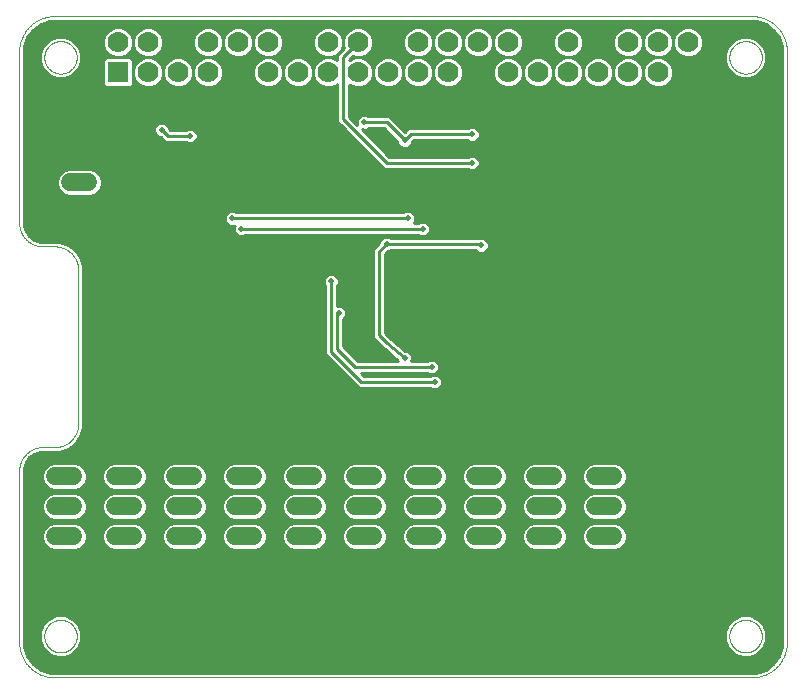
<source format=gbl>
G75*
%MOIN*%
%OFA0B0*%
%FSLAX25Y25*%
%IPPOS*%
%LPD*%
%AMOC8*
5,1,8,0,0,1.08239X$1,22.5*
%
%ADD10C,0.00000*%
%ADD11R,0.07000X0.07000*%
%ADD12C,0.07000*%
%ADD13C,0.06000*%
%ADD14C,0.01000*%
%ADD15C,0.01950*%
D10*
X0035000Y0016811D02*
X0035000Y0073898D01*
X0035002Y0074088D01*
X0035009Y0074278D01*
X0035021Y0074468D01*
X0035037Y0074658D01*
X0035057Y0074847D01*
X0035083Y0075036D01*
X0035112Y0075224D01*
X0035147Y0075411D01*
X0035186Y0075597D01*
X0035229Y0075782D01*
X0035277Y0075967D01*
X0035329Y0076150D01*
X0035385Y0076331D01*
X0035446Y0076511D01*
X0035512Y0076690D01*
X0035581Y0076867D01*
X0035655Y0077043D01*
X0035733Y0077216D01*
X0035816Y0077388D01*
X0035902Y0077557D01*
X0035992Y0077725D01*
X0036087Y0077890D01*
X0036185Y0078053D01*
X0036288Y0078213D01*
X0036394Y0078371D01*
X0036504Y0078526D01*
X0036617Y0078679D01*
X0036735Y0078829D01*
X0036856Y0078975D01*
X0036980Y0079119D01*
X0037108Y0079260D01*
X0037239Y0079398D01*
X0037374Y0079533D01*
X0037512Y0079664D01*
X0037653Y0079792D01*
X0037797Y0079916D01*
X0037943Y0080037D01*
X0038093Y0080155D01*
X0038246Y0080268D01*
X0038401Y0080378D01*
X0038559Y0080484D01*
X0038719Y0080587D01*
X0038882Y0080685D01*
X0039047Y0080780D01*
X0039215Y0080870D01*
X0039384Y0080956D01*
X0039556Y0081039D01*
X0039729Y0081117D01*
X0039905Y0081191D01*
X0040082Y0081260D01*
X0040261Y0081326D01*
X0040441Y0081387D01*
X0040622Y0081443D01*
X0040805Y0081495D01*
X0040990Y0081543D01*
X0041175Y0081586D01*
X0041361Y0081625D01*
X0041548Y0081660D01*
X0041736Y0081689D01*
X0041925Y0081715D01*
X0042114Y0081735D01*
X0042304Y0081751D01*
X0042494Y0081763D01*
X0042684Y0081770D01*
X0042874Y0081772D01*
X0046811Y0081772D01*
X0047001Y0081774D01*
X0047191Y0081781D01*
X0047381Y0081793D01*
X0047571Y0081809D01*
X0047760Y0081829D01*
X0047949Y0081855D01*
X0048137Y0081884D01*
X0048324Y0081919D01*
X0048510Y0081958D01*
X0048695Y0082001D01*
X0048880Y0082049D01*
X0049063Y0082101D01*
X0049244Y0082157D01*
X0049424Y0082218D01*
X0049603Y0082284D01*
X0049780Y0082353D01*
X0049956Y0082427D01*
X0050129Y0082505D01*
X0050301Y0082588D01*
X0050470Y0082674D01*
X0050638Y0082764D01*
X0050803Y0082859D01*
X0050966Y0082957D01*
X0051126Y0083060D01*
X0051284Y0083166D01*
X0051439Y0083276D01*
X0051592Y0083389D01*
X0051742Y0083507D01*
X0051888Y0083628D01*
X0052032Y0083752D01*
X0052173Y0083880D01*
X0052311Y0084011D01*
X0052446Y0084146D01*
X0052577Y0084284D01*
X0052705Y0084425D01*
X0052829Y0084569D01*
X0052950Y0084715D01*
X0053068Y0084865D01*
X0053181Y0085018D01*
X0053291Y0085173D01*
X0053397Y0085331D01*
X0053500Y0085491D01*
X0053598Y0085654D01*
X0053693Y0085819D01*
X0053783Y0085987D01*
X0053869Y0086156D01*
X0053952Y0086328D01*
X0054030Y0086501D01*
X0054104Y0086677D01*
X0054173Y0086854D01*
X0054239Y0087033D01*
X0054300Y0087213D01*
X0054356Y0087394D01*
X0054408Y0087577D01*
X0054456Y0087762D01*
X0054499Y0087947D01*
X0054538Y0088133D01*
X0054573Y0088320D01*
X0054602Y0088508D01*
X0054628Y0088697D01*
X0054648Y0088886D01*
X0054664Y0089076D01*
X0054676Y0089266D01*
X0054683Y0089456D01*
X0054685Y0089646D01*
X0054685Y0140827D01*
X0054683Y0141017D01*
X0054676Y0141207D01*
X0054664Y0141397D01*
X0054648Y0141587D01*
X0054628Y0141776D01*
X0054602Y0141965D01*
X0054573Y0142153D01*
X0054538Y0142340D01*
X0054499Y0142526D01*
X0054456Y0142711D01*
X0054408Y0142896D01*
X0054356Y0143079D01*
X0054300Y0143260D01*
X0054239Y0143440D01*
X0054173Y0143619D01*
X0054104Y0143796D01*
X0054030Y0143972D01*
X0053952Y0144145D01*
X0053869Y0144317D01*
X0053783Y0144486D01*
X0053693Y0144654D01*
X0053598Y0144819D01*
X0053500Y0144982D01*
X0053397Y0145142D01*
X0053291Y0145300D01*
X0053181Y0145455D01*
X0053068Y0145608D01*
X0052950Y0145758D01*
X0052829Y0145904D01*
X0052705Y0146048D01*
X0052577Y0146189D01*
X0052446Y0146327D01*
X0052311Y0146462D01*
X0052173Y0146593D01*
X0052032Y0146721D01*
X0051888Y0146845D01*
X0051742Y0146966D01*
X0051592Y0147084D01*
X0051439Y0147197D01*
X0051284Y0147307D01*
X0051126Y0147413D01*
X0050966Y0147516D01*
X0050803Y0147614D01*
X0050638Y0147709D01*
X0050470Y0147799D01*
X0050301Y0147885D01*
X0050129Y0147968D01*
X0049956Y0148046D01*
X0049780Y0148120D01*
X0049603Y0148189D01*
X0049424Y0148255D01*
X0049244Y0148316D01*
X0049063Y0148372D01*
X0048880Y0148424D01*
X0048695Y0148472D01*
X0048510Y0148515D01*
X0048324Y0148554D01*
X0048137Y0148589D01*
X0047949Y0148618D01*
X0047760Y0148644D01*
X0047571Y0148664D01*
X0047381Y0148680D01*
X0047191Y0148692D01*
X0047001Y0148699D01*
X0046811Y0148701D01*
X0042874Y0148701D01*
X0042684Y0148703D01*
X0042494Y0148710D01*
X0042304Y0148722D01*
X0042114Y0148738D01*
X0041925Y0148758D01*
X0041736Y0148784D01*
X0041548Y0148813D01*
X0041361Y0148848D01*
X0041175Y0148887D01*
X0040990Y0148930D01*
X0040805Y0148978D01*
X0040622Y0149030D01*
X0040441Y0149086D01*
X0040261Y0149147D01*
X0040082Y0149213D01*
X0039905Y0149282D01*
X0039729Y0149356D01*
X0039556Y0149434D01*
X0039384Y0149517D01*
X0039215Y0149603D01*
X0039047Y0149693D01*
X0038882Y0149788D01*
X0038719Y0149886D01*
X0038559Y0149989D01*
X0038401Y0150095D01*
X0038246Y0150205D01*
X0038093Y0150318D01*
X0037943Y0150436D01*
X0037797Y0150557D01*
X0037653Y0150681D01*
X0037512Y0150809D01*
X0037374Y0150940D01*
X0037239Y0151075D01*
X0037108Y0151213D01*
X0036980Y0151354D01*
X0036856Y0151498D01*
X0036735Y0151644D01*
X0036617Y0151794D01*
X0036504Y0151947D01*
X0036394Y0152102D01*
X0036288Y0152260D01*
X0036185Y0152420D01*
X0036087Y0152583D01*
X0035992Y0152748D01*
X0035902Y0152916D01*
X0035816Y0153085D01*
X0035733Y0153257D01*
X0035655Y0153430D01*
X0035581Y0153606D01*
X0035512Y0153783D01*
X0035446Y0153962D01*
X0035385Y0154142D01*
X0035329Y0154323D01*
X0035277Y0154506D01*
X0035229Y0154691D01*
X0035186Y0154876D01*
X0035147Y0155062D01*
X0035112Y0155249D01*
X0035083Y0155437D01*
X0035057Y0155626D01*
X0035037Y0155815D01*
X0035021Y0156005D01*
X0035009Y0156195D01*
X0035002Y0156385D01*
X0035000Y0156575D01*
X0035000Y0213661D01*
X0035003Y0213946D01*
X0035014Y0214232D01*
X0035031Y0214517D01*
X0035055Y0214801D01*
X0035086Y0215085D01*
X0035124Y0215368D01*
X0035169Y0215649D01*
X0035220Y0215930D01*
X0035278Y0216210D01*
X0035343Y0216488D01*
X0035415Y0216764D01*
X0035493Y0217038D01*
X0035578Y0217311D01*
X0035670Y0217581D01*
X0035768Y0217849D01*
X0035872Y0218115D01*
X0035983Y0218378D01*
X0036100Y0218638D01*
X0036223Y0218896D01*
X0036353Y0219150D01*
X0036489Y0219401D01*
X0036630Y0219649D01*
X0036778Y0219893D01*
X0036931Y0220134D01*
X0037091Y0220370D01*
X0037256Y0220603D01*
X0037426Y0220832D01*
X0037602Y0221057D01*
X0037784Y0221277D01*
X0037970Y0221493D01*
X0038162Y0221704D01*
X0038359Y0221911D01*
X0038561Y0222113D01*
X0038768Y0222310D01*
X0038979Y0222502D01*
X0039195Y0222688D01*
X0039415Y0222870D01*
X0039640Y0223046D01*
X0039869Y0223216D01*
X0040102Y0223381D01*
X0040338Y0223541D01*
X0040579Y0223694D01*
X0040823Y0223842D01*
X0041071Y0223983D01*
X0041322Y0224119D01*
X0041576Y0224249D01*
X0041834Y0224372D01*
X0042094Y0224489D01*
X0042357Y0224600D01*
X0042623Y0224704D01*
X0042891Y0224802D01*
X0043161Y0224894D01*
X0043434Y0224979D01*
X0043708Y0225057D01*
X0043984Y0225129D01*
X0044262Y0225194D01*
X0044542Y0225252D01*
X0044823Y0225303D01*
X0045104Y0225348D01*
X0045387Y0225386D01*
X0045671Y0225417D01*
X0045955Y0225441D01*
X0046240Y0225458D01*
X0046526Y0225469D01*
X0046811Y0225472D01*
X0279094Y0225472D01*
X0279379Y0225469D01*
X0279665Y0225458D01*
X0279950Y0225441D01*
X0280234Y0225417D01*
X0280518Y0225386D01*
X0280801Y0225348D01*
X0281082Y0225303D01*
X0281363Y0225252D01*
X0281643Y0225194D01*
X0281921Y0225129D01*
X0282197Y0225057D01*
X0282471Y0224979D01*
X0282744Y0224894D01*
X0283014Y0224802D01*
X0283282Y0224704D01*
X0283548Y0224600D01*
X0283811Y0224489D01*
X0284071Y0224372D01*
X0284329Y0224249D01*
X0284583Y0224119D01*
X0284834Y0223983D01*
X0285082Y0223842D01*
X0285326Y0223694D01*
X0285567Y0223541D01*
X0285803Y0223381D01*
X0286036Y0223216D01*
X0286265Y0223046D01*
X0286490Y0222870D01*
X0286710Y0222688D01*
X0286926Y0222502D01*
X0287137Y0222310D01*
X0287344Y0222113D01*
X0287546Y0221911D01*
X0287743Y0221704D01*
X0287935Y0221493D01*
X0288121Y0221277D01*
X0288303Y0221057D01*
X0288479Y0220832D01*
X0288649Y0220603D01*
X0288814Y0220370D01*
X0288974Y0220134D01*
X0289127Y0219893D01*
X0289275Y0219649D01*
X0289416Y0219401D01*
X0289552Y0219150D01*
X0289682Y0218896D01*
X0289805Y0218638D01*
X0289922Y0218378D01*
X0290033Y0218115D01*
X0290137Y0217849D01*
X0290235Y0217581D01*
X0290327Y0217311D01*
X0290412Y0217038D01*
X0290490Y0216764D01*
X0290562Y0216488D01*
X0290627Y0216210D01*
X0290685Y0215930D01*
X0290736Y0215649D01*
X0290781Y0215368D01*
X0290819Y0215085D01*
X0290850Y0214801D01*
X0290874Y0214517D01*
X0290891Y0214232D01*
X0290902Y0213946D01*
X0290905Y0213661D01*
X0290906Y0213661D02*
X0290906Y0016811D01*
X0290905Y0016811D02*
X0290902Y0016526D01*
X0290891Y0016240D01*
X0290874Y0015955D01*
X0290850Y0015671D01*
X0290819Y0015387D01*
X0290781Y0015104D01*
X0290736Y0014823D01*
X0290685Y0014542D01*
X0290627Y0014262D01*
X0290562Y0013984D01*
X0290490Y0013708D01*
X0290412Y0013434D01*
X0290327Y0013161D01*
X0290235Y0012891D01*
X0290137Y0012623D01*
X0290033Y0012357D01*
X0289922Y0012094D01*
X0289805Y0011834D01*
X0289682Y0011576D01*
X0289552Y0011322D01*
X0289416Y0011071D01*
X0289275Y0010823D01*
X0289127Y0010579D01*
X0288974Y0010338D01*
X0288814Y0010102D01*
X0288649Y0009869D01*
X0288479Y0009640D01*
X0288303Y0009415D01*
X0288121Y0009195D01*
X0287935Y0008979D01*
X0287743Y0008768D01*
X0287546Y0008561D01*
X0287344Y0008359D01*
X0287137Y0008162D01*
X0286926Y0007970D01*
X0286710Y0007784D01*
X0286490Y0007602D01*
X0286265Y0007426D01*
X0286036Y0007256D01*
X0285803Y0007091D01*
X0285567Y0006931D01*
X0285326Y0006778D01*
X0285082Y0006630D01*
X0284834Y0006489D01*
X0284583Y0006353D01*
X0284329Y0006223D01*
X0284071Y0006100D01*
X0283811Y0005983D01*
X0283548Y0005872D01*
X0283282Y0005768D01*
X0283014Y0005670D01*
X0282744Y0005578D01*
X0282471Y0005493D01*
X0282197Y0005415D01*
X0281921Y0005343D01*
X0281643Y0005278D01*
X0281363Y0005220D01*
X0281082Y0005169D01*
X0280801Y0005124D01*
X0280518Y0005086D01*
X0280234Y0005055D01*
X0279950Y0005031D01*
X0279665Y0005014D01*
X0279379Y0005003D01*
X0279094Y0005000D01*
X0046811Y0005000D01*
X0046526Y0005003D01*
X0046240Y0005014D01*
X0045955Y0005031D01*
X0045671Y0005055D01*
X0045387Y0005086D01*
X0045104Y0005124D01*
X0044823Y0005169D01*
X0044542Y0005220D01*
X0044262Y0005278D01*
X0043984Y0005343D01*
X0043708Y0005415D01*
X0043434Y0005493D01*
X0043161Y0005578D01*
X0042891Y0005670D01*
X0042623Y0005768D01*
X0042357Y0005872D01*
X0042094Y0005983D01*
X0041834Y0006100D01*
X0041576Y0006223D01*
X0041322Y0006353D01*
X0041071Y0006489D01*
X0040823Y0006630D01*
X0040579Y0006778D01*
X0040338Y0006931D01*
X0040102Y0007091D01*
X0039869Y0007256D01*
X0039640Y0007426D01*
X0039415Y0007602D01*
X0039195Y0007784D01*
X0038979Y0007970D01*
X0038768Y0008162D01*
X0038561Y0008359D01*
X0038359Y0008561D01*
X0038162Y0008768D01*
X0037970Y0008979D01*
X0037784Y0009195D01*
X0037602Y0009415D01*
X0037426Y0009640D01*
X0037256Y0009869D01*
X0037091Y0010102D01*
X0036931Y0010338D01*
X0036778Y0010579D01*
X0036630Y0010823D01*
X0036489Y0011071D01*
X0036353Y0011322D01*
X0036223Y0011576D01*
X0036100Y0011834D01*
X0035983Y0012094D01*
X0035872Y0012357D01*
X0035768Y0012623D01*
X0035670Y0012891D01*
X0035578Y0013161D01*
X0035493Y0013434D01*
X0035415Y0013708D01*
X0035343Y0013984D01*
X0035278Y0014262D01*
X0035220Y0014542D01*
X0035169Y0014823D01*
X0035124Y0015104D01*
X0035086Y0015387D01*
X0035055Y0015671D01*
X0035031Y0015955D01*
X0035014Y0016240D01*
X0035003Y0016526D01*
X0035000Y0016811D01*
X0043367Y0018780D02*
X0043369Y0018927D01*
X0043375Y0019073D01*
X0043385Y0019219D01*
X0043399Y0019365D01*
X0043417Y0019511D01*
X0043438Y0019656D01*
X0043464Y0019800D01*
X0043494Y0019944D01*
X0043527Y0020086D01*
X0043564Y0020228D01*
X0043605Y0020369D01*
X0043650Y0020508D01*
X0043699Y0020647D01*
X0043751Y0020784D01*
X0043808Y0020919D01*
X0043867Y0021053D01*
X0043931Y0021185D01*
X0043998Y0021315D01*
X0044068Y0021444D01*
X0044142Y0021571D01*
X0044219Y0021695D01*
X0044300Y0021818D01*
X0044384Y0021938D01*
X0044471Y0022056D01*
X0044561Y0022171D01*
X0044654Y0022284D01*
X0044751Y0022395D01*
X0044850Y0022503D01*
X0044952Y0022608D01*
X0045057Y0022710D01*
X0045165Y0022809D01*
X0045276Y0022906D01*
X0045389Y0022999D01*
X0045504Y0023089D01*
X0045622Y0023176D01*
X0045742Y0023260D01*
X0045865Y0023341D01*
X0045989Y0023418D01*
X0046116Y0023492D01*
X0046245Y0023562D01*
X0046375Y0023629D01*
X0046507Y0023693D01*
X0046641Y0023752D01*
X0046776Y0023809D01*
X0046913Y0023861D01*
X0047052Y0023910D01*
X0047191Y0023955D01*
X0047332Y0023996D01*
X0047474Y0024033D01*
X0047616Y0024066D01*
X0047760Y0024096D01*
X0047904Y0024122D01*
X0048049Y0024143D01*
X0048195Y0024161D01*
X0048341Y0024175D01*
X0048487Y0024185D01*
X0048633Y0024191D01*
X0048780Y0024193D01*
X0048927Y0024191D01*
X0049073Y0024185D01*
X0049219Y0024175D01*
X0049365Y0024161D01*
X0049511Y0024143D01*
X0049656Y0024122D01*
X0049800Y0024096D01*
X0049944Y0024066D01*
X0050086Y0024033D01*
X0050228Y0023996D01*
X0050369Y0023955D01*
X0050508Y0023910D01*
X0050647Y0023861D01*
X0050784Y0023809D01*
X0050919Y0023752D01*
X0051053Y0023693D01*
X0051185Y0023629D01*
X0051315Y0023562D01*
X0051444Y0023492D01*
X0051571Y0023418D01*
X0051695Y0023341D01*
X0051818Y0023260D01*
X0051938Y0023176D01*
X0052056Y0023089D01*
X0052171Y0022999D01*
X0052284Y0022906D01*
X0052395Y0022809D01*
X0052503Y0022710D01*
X0052608Y0022608D01*
X0052710Y0022503D01*
X0052809Y0022395D01*
X0052906Y0022284D01*
X0052999Y0022171D01*
X0053089Y0022056D01*
X0053176Y0021938D01*
X0053260Y0021818D01*
X0053341Y0021695D01*
X0053418Y0021571D01*
X0053492Y0021444D01*
X0053562Y0021315D01*
X0053629Y0021185D01*
X0053693Y0021053D01*
X0053752Y0020919D01*
X0053809Y0020784D01*
X0053861Y0020647D01*
X0053910Y0020508D01*
X0053955Y0020369D01*
X0053996Y0020228D01*
X0054033Y0020086D01*
X0054066Y0019944D01*
X0054096Y0019800D01*
X0054122Y0019656D01*
X0054143Y0019511D01*
X0054161Y0019365D01*
X0054175Y0019219D01*
X0054185Y0019073D01*
X0054191Y0018927D01*
X0054193Y0018780D01*
X0054191Y0018633D01*
X0054185Y0018487D01*
X0054175Y0018341D01*
X0054161Y0018195D01*
X0054143Y0018049D01*
X0054122Y0017904D01*
X0054096Y0017760D01*
X0054066Y0017616D01*
X0054033Y0017474D01*
X0053996Y0017332D01*
X0053955Y0017191D01*
X0053910Y0017052D01*
X0053861Y0016913D01*
X0053809Y0016776D01*
X0053752Y0016641D01*
X0053693Y0016507D01*
X0053629Y0016375D01*
X0053562Y0016245D01*
X0053492Y0016116D01*
X0053418Y0015989D01*
X0053341Y0015865D01*
X0053260Y0015742D01*
X0053176Y0015622D01*
X0053089Y0015504D01*
X0052999Y0015389D01*
X0052906Y0015276D01*
X0052809Y0015165D01*
X0052710Y0015057D01*
X0052608Y0014952D01*
X0052503Y0014850D01*
X0052395Y0014751D01*
X0052284Y0014654D01*
X0052171Y0014561D01*
X0052056Y0014471D01*
X0051938Y0014384D01*
X0051818Y0014300D01*
X0051695Y0014219D01*
X0051571Y0014142D01*
X0051444Y0014068D01*
X0051315Y0013998D01*
X0051185Y0013931D01*
X0051053Y0013867D01*
X0050919Y0013808D01*
X0050784Y0013751D01*
X0050647Y0013699D01*
X0050508Y0013650D01*
X0050369Y0013605D01*
X0050228Y0013564D01*
X0050086Y0013527D01*
X0049944Y0013494D01*
X0049800Y0013464D01*
X0049656Y0013438D01*
X0049511Y0013417D01*
X0049365Y0013399D01*
X0049219Y0013385D01*
X0049073Y0013375D01*
X0048927Y0013369D01*
X0048780Y0013367D01*
X0048633Y0013369D01*
X0048487Y0013375D01*
X0048341Y0013385D01*
X0048195Y0013399D01*
X0048049Y0013417D01*
X0047904Y0013438D01*
X0047760Y0013464D01*
X0047616Y0013494D01*
X0047474Y0013527D01*
X0047332Y0013564D01*
X0047191Y0013605D01*
X0047052Y0013650D01*
X0046913Y0013699D01*
X0046776Y0013751D01*
X0046641Y0013808D01*
X0046507Y0013867D01*
X0046375Y0013931D01*
X0046245Y0013998D01*
X0046116Y0014068D01*
X0045989Y0014142D01*
X0045865Y0014219D01*
X0045742Y0014300D01*
X0045622Y0014384D01*
X0045504Y0014471D01*
X0045389Y0014561D01*
X0045276Y0014654D01*
X0045165Y0014751D01*
X0045057Y0014850D01*
X0044952Y0014952D01*
X0044850Y0015057D01*
X0044751Y0015165D01*
X0044654Y0015276D01*
X0044561Y0015389D01*
X0044471Y0015504D01*
X0044384Y0015622D01*
X0044300Y0015742D01*
X0044219Y0015865D01*
X0044142Y0015989D01*
X0044068Y0016116D01*
X0043998Y0016245D01*
X0043931Y0016375D01*
X0043867Y0016507D01*
X0043808Y0016641D01*
X0043751Y0016776D01*
X0043699Y0016913D01*
X0043650Y0017052D01*
X0043605Y0017191D01*
X0043564Y0017332D01*
X0043527Y0017474D01*
X0043494Y0017616D01*
X0043464Y0017760D01*
X0043438Y0017904D01*
X0043417Y0018049D01*
X0043399Y0018195D01*
X0043385Y0018341D01*
X0043375Y0018487D01*
X0043369Y0018633D01*
X0043367Y0018780D01*
X0271713Y0018780D02*
X0271715Y0018927D01*
X0271721Y0019073D01*
X0271731Y0019219D01*
X0271745Y0019365D01*
X0271763Y0019511D01*
X0271784Y0019656D01*
X0271810Y0019800D01*
X0271840Y0019944D01*
X0271873Y0020086D01*
X0271910Y0020228D01*
X0271951Y0020369D01*
X0271996Y0020508D01*
X0272045Y0020647D01*
X0272097Y0020784D01*
X0272154Y0020919D01*
X0272213Y0021053D01*
X0272277Y0021185D01*
X0272344Y0021315D01*
X0272414Y0021444D01*
X0272488Y0021571D01*
X0272565Y0021695D01*
X0272646Y0021818D01*
X0272730Y0021938D01*
X0272817Y0022056D01*
X0272907Y0022171D01*
X0273000Y0022284D01*
X0273097Y0022395D01*
X0273196Y0022503D01*
X0273298Y0022608D01*
X0273403Y0022710D01*
X0273511Y0022809D01*
X0273622Y0022906D01*
X0273735Y0022999D01*
X0273850Y0023089D01*
X0273968Y0023176D01*
X0274088Y0023260D01*
X0274211Y0023341D01*
X0274335Y0023418D01*
X0274462Y0023492D01*
X0274591Y0023562D01*
X0274721Y0023629D01*
X0274853Y0023693D01*
X0274987Y0023752D01*
X0275122Y0023809D01*
X0275259Y0023861D01*
X0275398Y0023910D01*
X0275537Y0023955D01*
X0275678Y0023996D01*
X0275820Y0024033D01*
X0275962Y0024066D01*
X0276106Y0024096D01*
X0276250Y0024122D01*
X0276395Y0024143D01*
X0276541Y0024161D01*
X0276687Y0024175D01*
X0276833Y0024185D01*
X0276979Y0024191D01*
X0277126Y0024193D01*
X0277273Y0024191D01*
X0277419Y0024185D01*
X0277565Y0024175D01*
X0277711Y0024161D01*
X0277857Y0024143D01*
X0278002Y0024122D01*
X0278146Y0024096D01*
X0278290Y0024066D01*
X0278432Y0024033D01*
X0278574Y0023996D01*
X0278715Y0023955D01*
X0278854Y0023910D01*
X0278993Y0023861D01*
X0279130Y0023809D01*
X0279265Y0023752D01*
X0279399Y0023693D01*
X0279531Y0023629D01*
X0279661Y0023562D01*
X0279790Y0023492D01*
X0279917Y0023418D01*
X0280041Y0023341D01*
X0280164Y0023260D01*
X0280284Y0023176D01*
X0280402Y0023089D01*
X0280517Y0022999D01*
X0280630Y0022906D01*
X0280741Y0022809D01*
X0280849Y0022710D01*
X0280954Y0022608D01*
X0281056Y0022503D01*
X0281155Y0022395D01*
X0281252Y0022284D01*
X0281345Y0022171D01*
X0281435Y0022056D01*
X0281522Y0021938D01*
X0281606Y0021818D01*
X0281687Y0021695D01*
X0281764Y0021571D01*
X0281838Y0021444D01*
X0281908Y0021315D01*
X0281975Y0021185D01*
X0282039Y0021053D01*
X0282098Y0020919D01*
X0282155Y0020784D01*
X0282207Y0020647D01*
X0282256Y0020508D01*
X0282301Y0020369D01*
X0282342Y0020228D01*
X0282379Y0020086D01*
X0282412Y0019944D01*
X0282442Y0019800D01*
X0282468Y0019656D01*
X0282489Y0019511D01*
X0282507Y0019365D01*
X0282521Y0019219D01*
X0282531Y0019073D01*
X0282537Y0018927D01*
X0282539Y0018780D01*
X0282537Y0018633D01*
X0282531Y0018487D01*
X0282521Y0018341D01*
X0282507Y0018195D01*
X0282489Y0018049D01*
X0282468Y0017904D01*
X0282442Y0017760D01*
X0282412Y0017616D01*
X0282379Y0017474D01*
X0282342Y0017332D01*
X0282301Y0017191D01*
X0282256Y0017052D01*
X0282207Y0016913D01*
X0282155Y0016776D01*
X0282098Y0016641D01*
X0282039Y0016507D01*
X0281975Y0016375D01*
X0281908Y0016245D01*
X0281838Y0016116D01*
X0281764Y0015989D01*
X0281687Y0015865D01*
X0281606Y0015742D01*
X0281522Y0015622D01*
X0281435Y0015504D01*
X0281345Y0015389D01*
X0281252Y0015276D01*
X0281155Y0015165D01*
X0281056Y0015057D01*
X0280954Y0014952D01*
X0280849Y0014850D01*
X0280741Y0014751D01*
X0280630Y0014654D01*
X0280517Y0014561D01*
X0280402Y0014471D01*
X0280284Y0014384D01*
X0280164Y0014300D01*
X0280041Y0014219D01*
X0279917Y0014142D01*
X0279790Y0014068D01*
X0279661Y0013998D01*
X0279531Y0013931D01*
X0279399Y0013867D01*
X0279265Y0013808D01*
X0279130Y0013751D01*
X0278993Y0013699D01*
X0278854Y0013650D01*
X0278715Y0013605D01*
X0278574Y0013564D01*
X0278432Y0013527D01*
X0278290Y0013494D01*
X0278146Y0013464D01*
X0278002Y0013438D01*
X0277857Y0013417D01*
X0277711Y0013399D01*
X0277565Y0013385D01*
X0277419Y0013375D01*
X0277273Y0013369D01*
X0277126Y0013367D01*
X0276979Y0013369D01*
X0276833Y0013375D01*
X0276687Y0013385D01*
X0276541Y0013399D01*
X0276395Y0013417D01*
X0276250Y0013438D01*
X0276106Y0013464D01*
X0275962Y0013494D01*
X0275820Y0013527D01*
X0275678Y0013564D01*
X0275537Y0013605D01*
X0275398Y0013650D01*
X0275259Y0013699D01*
X0275122Y0013751D01*
X0274987Y0013808D01*
X0274853Y0013867D01*
X0274721Y0013931D01*
X0274591Y0013998D01*
X0274462Y0014068D01*
X0274335Y0014142D01*
X0274211Y0014219D01*
X0274088Y0014300D01*
X0273968Y0014384D01*
X0273850Y0014471D01*
X0273735Y0014561D01*
X0273622Y0014654D01*
X0273511Y0014751D01*
X0273403Y0014850D01*
X0273298Y0014952D01*
X0273196Y0015057D01*
X0273097Y0015165D01*
X0273000Y0015276D01*
X0272907Y0015389D01*
X0272817Y0015504D01*
X0272730Y0015622D01*
X0272646Y0015742D01*
X0272565Y0015865D01*
X0272488Y0015989D01*
X0272414Y0016116D01*
X0272344Y0016245D01*
X0272277Y0016375D01*
X0272213Y0016507D01*
X0272154Y0016641D01*
X0272097Y0016776D01*
X0272045Y0016913D01*
X0271996Y0017052D01*
X0271951Y0017191D01*
X0271910Y0017332D01*
X0271873Y0017474D01*
X0271840Y0017616D01*
X0271810Y0017760D01*
X0271784Y0017904D01*
X0271763Y0018049D01*
X0271745Y0018195D01*
X0271731Y0018341D01*
X0271721Y0018487D01*
X0271715Y0018633D01*
X0271713Y0018780D01*
X0271713Y0211693D02*
X0271715Y0211840D01*
X0271721Y0211986D01*
X0271731Y0212132D01*
X0271745Y0212278D01*
X0271763Y0212424D01*
X0271784Y0212569D01*
X0271810Y0212713D01*
X0271840Y0212857D01*
X0271873Y0212999D01*
X0271910Y0213141D01*
X0271951Y0213282D01*
X0271996Y0213421D01*
X0272045Y0213560D01*
X0272097Y0213697D01*
X0272154Y0213832D01*
X0272213Y0213966D01*
X0272277Y0214098D01*
X0272344Y0214228D01*
X0272414Y0214357D01*
X0272488Y0214484D01*
X0272565Y0214608D01*
X0272646Y0214731D01*
X0272730Y0214851D01*
X0272817Y0214969D01*
X0272907Y0215084D01*
X0273000Y0215197D01*
X0273097Y0215308D01*
X0273196Y0215416D01*
X0273298Y0215521D01*
X0273403Y0215623D01*
X0273511Y0215722D01*
X0273622Y0215819D01*
X0273735Y0215912D01*
X0273850Y0216002D01*
X0273968Y0216089D01*
X0274088Y0216173D01*
X0274211Y0216254D01*
X0274335Y0216331D01*
X0274462Y0216405D01*
X0274591Y0216475D01*
X0274721Y0216542D01*
X0274853Y0216606D01*
X0274987Y0216665D01*
X0275122Y0216722D01*
X0275259Y0216774D01*
X0275398Y0216823D01*
X0275537Y0216868D01*
X0275678Y0216909D01*
X0275820Y0216946D01*
X0275962Y0216979D01*
X0276106Y0217009D01*
X0276250Y0217035D01*
X0276395Y0217056D01*
X0276541Y0217074D01*
X0276687Y0217088D01*
X0276833Y0217098D01*
X0276979Y0217104D01*
X0277126Y0217106D01*
X0277273Y0217104D01*
X0277419Y0217098D01*
X0277565Y0217088D01*
X0277711Y0217074D01*
X0277857Y0217056D01*
X0278002Y0217035D01*
X0278146Y0217009D01*
X0278290Y0216979D01*
X0278432Y0216946D01*
X0278574Y0216909D01*
X0278715Y0216868D01*
X0278854Y0216823D01*
X0278993Y0216774D01*
X0279130Y0216722D01*
X0279265Y0216665D01*
X0279399Y0216606D01*
X0279531Y0216542D01*
X0279661Y0216475D01*
X0279790Y0216405D01*
X0279917Y0216331D01*
X0280041Y0216254D01*
X0280164Y0216173D01*
X0280284Y0216089D01*
X0280402Y0216002D01*
X0280517Y0215912D01*
X0280630Y0215819D01*
X0280741Y0215722D01*
X0280849Y0215623D01*
X0280954Y0215521D01*
X0281056Y0215416D01*
X0281155Y0215308D01*
X0281252Y0215197D01*
X0281345Y0215084D01*
X0281435Y0214969D01*
X0281522Y0214851D01*
X0281606Y0214731D01*
X0281687Y0214608D01*
X0281764Y0214484D01*
X0281838Y0214357D01*
X0281908Y0214228D01*
X0281975Y0214098D01*
X0282039Y0213966D01*
X0282098Y0213832D01*
X0282155Y0213697D01*
X0282207Y0213560D01*
X0282256Y0213421D01*
X0282301Y0213282D01*
X0282342Y0213141D01*
X0282379Y0212999D01*
X0282412Y0212857D01*
X0282442Y0212713D01*
X0282468Y0212569D01*
X0282489Y0212424D01*
X0282507Y0212278D01*
X0282521Y0212132D01*
X0282531Y0211986D01*
X0282537Y0211840D01*
X0282539Y0211693D01*
X0282537Y0211546D01*
X0282531Y0211400D01*
X0282521Y0211254D01*
X0282507Y0211108D01*
X0282489Y0210962D01*
X0282468Y0210817D01*
X0282442Y0210673D01*
X0282412Y0210529D01*
X0282379Y0210387D01*
X0282342Y0210245D01*
X0282301Y0210104D01*
X0282256Y0209965D01*
X0282207Y0209826D01*
X0282155Y0209689D01*
X0282098Y0209554D01*
X0282039Y0209420D01*
X0281975Y0209288D01*
X0281908Y0209158D01*
X0281838Y0209029D01*
X0281764Y0208902D01*
X0281687Y0208778D01*
X0281606Y0208655D01*
X0281522Y0208535D01*
X0281435Y0208417D01*
X0281345Y0208302D01*
X0281252Y0208189D01*
X0281155Y0208078D01*
X0281056Y0207970D01*
X0280954Y0207865D01*
X0280849Y0207763D01*
X0280741Y0207664D01*
X0280630Y0207567D01*
X0280517Y0207474D01*
X0280402Y0207384D01*
X0280284Y0207297D01*
X0280164Y0207213D01*
X0280041Y0207132D01*
X0279917Y0207055D01*
X0279790Y0206981D01*
X0279661Y0206911D01*
X0279531Y0206844D01*
X0279399Y0206780D01*
X0279265Y0206721D01*
X0279130Y0206664D01*
X0278993Y0206612D01*
X0278854Y0206563D01*
X0278715Y0206518D01*
X0278574Y0206477D01*
X0278432Y0206440D01*
X0278290Y0206407D01*
X0278146Y0206377D01*
X0278002Y0206351D01*
X0277857Y0206330D01*
X0277711Y0206312D01*
X0277565Y0206298D01*
X0277419Y0206288D01*
X0277273Y0206282D01*
X0277126Y0206280D01*
X0276979Y0206282D01*
X0276833Y0206288D01*
X0276687Y0206298D01*
X0276541Y0206312D01*
X0276395Y0206330D01*
X0276250Y0206351D01*
X0276106Y0206377D01*
X0275962Y0206407D01*
X0275820Y0206440D01*
X0275678Y0206477D01*
X0275537Y0206518D01*
X0275398Y0206563D01*
X0275259Y0206612D01*
X0275122Y0206664D01*
X0274987Y0206721D01*
X0274853Y0206780D01*
X0274721Y0206844D01*
X0274591Y0206911D01*
X0274462Y0206981D01*
X0274335Y0207055D01*
X0274211Y0207132D01*
X0274088Y0207213D01*
X0273968Y0207297D01*
X0273850Y0207384D01*
X0273735Y0207474D01*
X0273622Y0207567D01*
X0273511Y0207664D01*
X0273403Y0207763D01*
X0273298Y0207865D01*
X0273196Y0207970D01*
X0273097Y0208078D01*
X0273000Y0208189D01*
X0272907Y0208302D01*
X0272817Y0208417D01*
X0272730Y0208535D01*
X0272646Y0208655D01*
X0272565Y0208778D01*
X0272488Y0208902D01*
X0272414Y0209029D01*
X0272344Y0209158D01*
X0272277Y0209288D01*
X0272213Y0209420D01*
X0272154Y0209554D01*
X0272097Y0209689D01*
X0272045Y0209826D01*
X0271996Y0209965D01*
X0271951Y0210104D01*
X0271910Y0210245D01*
X0271873Y0210387D01*
X0271840Y0210529D01*
X0271810Y0210673D01*
X0271784Y0210817D01*
X0271763Y0210962D01*
X0271745Y0211108D01*
X0271731Y0211254D01*
X0271721Y0211400D01*
X0271715Y0211546D01*
X0271713Y0211693D01*
X0043367Y0211693D02*
X0043369Y0211840D01*
X0043375Y0211986D01*
X0043385Y0212132D01*
X0043399Y0212278D01*
X0043417Y0212424D01*
X0043438Y0212569D01*
X0043464Y0212713D01*
X0043494Y0212857D01*
X0043527Y0212999D01*
X0043564Y0213141D01*
X0043605Y0213282D01*
X0043650Y0213421D01*
X0043699Y0213560D01*
X0043751Y0213697D01*
X0043808Y0213832D01*
X0043867Y0213966D01*
X0043931Y0214098D01*
X0043998Y0214228D01*
X0044068Y0214357D01*
X0044142Y0214484D01*
X0044219Y0214608D01*
X0044300Y0214731D01*
X0044384Y0214851D01*
X0044471Y0214969D01*
X0044561Y0215084D01*
X0044654Y0215197D01*
X0044751Y0215308D01*
X0044850Y0215416D01*
X0044952Y0215521D01*
X0045057Y0215623D01*
X0045165Y0215722D01*
X0045276Y0215819D01*
X0045389Y0215912D01*
X0045504Y0216002D01*
X0045622Y0216089D01*
X0045742Y0216173D01*
X0045865Y0216254D01*
X0045989Y0216331D01*
X0046116Y0216405D01*
X0046245Y0216475D01*
X0046375Y0216542D01*
X0046507Y0216606D01*
X0046641Y0216665D01*
X0046776Y0216722D01*
X0046913Y0216774D01*
X0047052Y0216823D01*
X0047191Y0216868D01*
X0047332Y0216909D01*
X0047474Y0216946D01*
X0047616Y0216979D01*
X0047760Y0217009D01*
X0047904Y0217035D01*
X0048049Y0217056D01*
X0048195Y0217074D01*
X0048341Y0217088D01*
X0048487Y0217098D01*
X0048633Y0217104D01*
X0048780Y0217106D01*
X0048927Y0217104D01*
X0049073Y0217098D01*
X0049219Y0217088D01*
X0049365Y0217074D01*
X0049511Y0217056D01*
X0049656Y0217035D01*
X0049800Y0217009D01*
X0049944Y0216979D01*
X0050086Y0216946D01*
X0050228Y0216909D01*
X0050369Y0216868D01*
X0050508Y0216823D01*
X0050647Y0216774D01*
X0050784Y0216722D01*
X0050919Y0216665D01*
X0051053Y0216606D01*
X0051185Y0216542D01*
X0051315Y0216475D01*
X0051444Y0216405D01*
X0051571Y0216331D01*
X0051695Y0216254D01*
X0051818Y0216173D01*
X0051938Y0216089D01*
X0052056Y0216002D01*
X0052171Y0215912D01*
X0052284Y0215819D01*
X0052395Y0215722D01*
X0052503Y0215623D01*
X0052608Y0215521D01*
X0052710Y0215416D01*
X0052809Y0215308D01*
X0052906Y0215197D01*
X0052999Y0215084D01*
X0053089Y0214969D01*
X0053176Y0214851D01*
X0053260Y0214731D01*
X0053341Y0214608D01*
X0053418Y0214484D01*
X0053492Y0214357D01*
X0053562Y0214228D01*
X0053629Y0214098D01*
X0053693Y0213966D01*
X0053752Y0213832D01*
X0053809Y0213697D01*
X0053861Y0213560D01*
X0053910Y0213421D01*
X0053955Y0213282D01*
X0053996Y0213141D01*
X0054033Y0212999D01*
X0054066Y0212857D01*
X0054096Y0212713D01*
X0054122Y0212569D01*
X0054143Y0212424D01*
X0054161Y0212278D01*
X0054175Y0212132D01*
X0054185Y0211986D01*
X0054191Y0211840D01*
X0054193Y0211693D01*
X0054191Y0211546D01*
X0054185Y0211400D01*
X0054175Y0211254D01*
X0054161Y0211108D01*
X0054143Y0210962D01*
X0054122Y0210817D01*
X0054096Y0210673D01*
X0054066Y0210529D01*
X0054033Y0210387D01*
X0053996Y0210245D01*
X0053955Y0210104D01*
X0053910Y0209965D01*
X0053861Y0209826D01*
X0053809Y0209689D01*
X0053752Y0209554D01*
X0053693Y0209420D01*
X0053629Y0209288D01*
X0053562Y0209158D01*
X0053492Y0209029D01*
X0053418Y0208902D01*
X0053341Y0208778D01*
X0053260Y0208655D01*
X0053176Y0208535D01*
X0053089Y0208417D01*
X0052999Y0208302D01*
X0052906Y0208189D01*
X0052809Y0208078D01*
X0052710Y0207970D01*
X0052608Y0207865D01*
X0052503Y0207763D01*
X0052395Y0207664D01*
X0052284Y0207567D01*
X0052171Y0207474D01*
X0052056Y0207384D01*
X0051938Y0207297D01*
X0051818Y0207213D01*
X0051695Y0207132D01*
X0051571Y0207055D01*
X0051444Y0206981D01*
X0051315Y0206911D01*
X0051185Y0206844D01*
X0051053Y0206780D01*
X0050919Y0206721D01*
X0050784Y0206664D01*
X0050647Y0206612D01*
X0050508Y0206563D01*
X0050369Y0206518D01*
X0050228Y0206477D01*
X0050086Y0206440D01*
X0049944Y0206407D01*
X0049800Y0206377D01*
X0049656Y0206351D01*
X0049511Y0206330D01*
X0049365Y0206312D01*
X0049219Y0206298D01*
X0049073Y0206288D01*
X0048927Y0206282D01*
X0048780Y0206280D01*
X0048633Y0206282D01*
X0048487Y0206288D01*
X0048341Y0206298D01*
X0048195Y0206312D01*
X0048049Y0206330D01*
X0047904Y0206351D01*
X0047760Y0206377D01*
X0047616Y0206407D01*
X0047474Y0206440D01*
X0047332Y0206477D01*
X0047191Y0206518D01*
X0047052Y0206563D01*
X0046913Y0206612D01*
X0046776Y0206664D01*
X0046641Y0206721D01*
X0046507Y0206780D01*
X0046375Y0206844D01*
X0046245Y0206911D01*
X0046116Y0206981D01*
X0045989Y0207055D01*
X0045865Y0207132D01*
X0045742Y0207213D01*
X0045622Y0207297D01*
X0045504Y0207384D01*
X0045389Y0207474D01*
X0045276Y0207567D01*
X0045165Y0207664D01*
X0045057Y0207763D01*
X0044952Y0207865D01*
X0044850Y0207970D01*
X0044751Y0208078D01*
X0044654Y0208189D01*
X0044561Y0208302D01*
X0044471Y0208417D01*
X0044384Y0208535D01*
X0044300Y0208655D01*
X0044219Y0208778D01*
X0044142Y0208902D01*
X0044068Y0209029D01*
X0043998Y0209158D01*
X0043931Y0209288D01*
X0043867Y0209420D01*
X0043808Y0209554D01*
X0043751Y0209689D01*
X0043699Y0209826D01*
X0043650Y0209965D01*
X0043605Y0210104D01*
X0043564Y0210245D01*
X0043527Y0210387D01*
X0043494Y0210529D01*
X0043464Y0210673D01*
X0043438Y0210817D01*
X0043417Y0210962D01*
X0043399Y0211108D01*
X0043385Y0211254D01*
X0043375Y0211400D01*
X0043369Y0211546D01*
X0043367Y0211693D01*
D11*
X0067953Y0206693D03*
D12*
X0077953Y0206693D03*
X0087953Y0206693D03*
X0097953Y0206693D03*
X0107953Y0206693D03*
X0117953Y0206693D03*
X0127953Y0206693D03*
X0137953Y0206693D03*
X0147953Y0206693D03*
X0157953Y0206693D03*
X0167953Y0206693D03*
X0177953Y0206693D03*
X0187953Y0206693D03*
X0197953Y0206693D03*
X0207953Y0206693D03*
X0217953Y0206693D03*
X0227953Y0206693D03*
X0237953Y0206693D03*
X0247953Y0206693D03*
X0257953Y0206693D03*
X0257953Y0216693D03*
X0247953Y0216693D03*
X0237953Y0216693D03*
X0227953Y0216693D03*
X0217953Y0216693D03*
X0207953Y0216693D03*
X0197953Y0216693D03*
X0187953Y0216693D03*
X0177953Y0216693D03*
X0167953Y0216693D03*
X0157953Y0216693D03*
X0147953Y0216693D03*
X0137953Y0216693D03*
X0127953Y0216693D03*
X0117953Y0216693D03*
X0107953Y0216693D03*
X0097953Y0216693D03*
X0087953Y0216693D03*
X0077953Y0216693D03*
X0067953Y0216693D03*
D13*
X0058000Y0170000D02*
X0052000Y0170000D01*
X0052000Y0160000D02*
X0058000Y0160000D01*
X0053000Y0072000D02*
X0047000Y0072000D01*
X0047000Y0062000D02*
X0053000Y0062000D01*
X0053000Y0052000D02*
X0047000Y0052000D01*
X0047000Y0042000D02*
X0053000Y0042000D01*
X0067000Y0042000D02*
X0073000Y0042000D01*
X0073000Y0052000D02*
X0067000Y0052000D01*
X0067000Y0062000D02*
X0073000Y0062000D01*
X0073000Y0072000D02*
X0067000Y0072000D01*
X0087000Y0072000D02*
X0093000Y0072000D01*
X0093000Y0062000D02*
X0087000Y0062000D01*
X0087000Y0052000D02*
X0093000Y0052000D01*
X0093000Y0042000D02*
X0087000Y0042000D01*
X0107000Y0042000D02*
X0113000Y0042000D01*
X0113000Y0052000D02*
X0107000Y0052000D01*
X0107000Y0062000D02*
X0113000Y0062000D01*
X0113000Y0072000D02*
X0107000Y0072000D01*
X0127000Y0072000D02*
X0133000Y0072000D01*
X0133000Y0062000D02*
X0127000Y0062000D01*
X0127000Y0052000D02*
X0133000Y0052000D01*
X0133000Y0042000D02*
X0127000Y0042000D01*
X0147000Y0042000D02*
X0153000Y0042000D01*
X0153000Y0052000D02*
X0147000Y0052000D01*
X0147000Y0062000D02*
X0153000Y0062000D01*
X0153000Y0072000D02*
X0147000Y0072000D01*
X0167000Y0072000D02*
X0173000Y0072000D01*
X0173000Y0062000D02*
X0167000Y0062000D01*
X0167000Y0052000D02*
X0173000Y0052000D01*
X0173000Y0042000D02*
X0167000Y0042000D01*
X0187000Y0042000D02*
X0193000Y0042000D01*
X0193000Y0052000D02*
X0187000Y0052000D01*
X0187000Y0062000D02*
X0193000Y0062000D01*
X0193000Y0072000D02*
X0187000Y0072000D01*
X0207000Y0072000D02*
X0213000Y0072000D01*
X0213000Y0062000D02*
X0207000Y0062000D01*
X0207000Y0052000D02*
X0213000Y0052000D01*
X0213000Y0042000D02*
X0207000Y0042000D01*
X0227000Y0042000D02*
X0233000Y0042000D01*
X0233000Y0052000D02*
X0227000Y0052000D01*
X0227000Y0062000D02*
X0233000Y0062000D01*
X0233000Y0072000D02*
X0227000Y0072000D01*
D14*
X0222500Y0071900D02*
X0217500Y0071900D01*
X0217500Y0071105D02*
X0217500Y0072895D01*
X0216815Y0074549D01*
X0215549Y0075815D01*
X0213895Y0076500D01*
X0206105Y0076500D01*
X0204451Y0075815D01*
X0203185Y0074549D01*
X0202500Y0072895D01*
X0202500Y0071105D01*
X0203185Y0069451D01*
X0204451Y0068185D01*
X0206105Y0067500D01*
X0213895Y0067500D01*
X0215549Y0068185D01*
X0216815Y0069451D01*
X0217500Y0071105D01*
X0217416Y0070902D02*
X0222584Y0070902D01*
X0222500Y0071105D02*
X0223185Y0069451D01*
X0224451Y0068185D01*
X0226105Y0067500D01*
X0233895Y0067500D01*
X0235549Y0068185D01*
X0236815Y0069451D01*
X0237500Y0071105D01*
X0237500Y0072895D01*
X0236815Y0074549D01*
X0235549Y0075815D01*
X0233895Y0076500D01*
X0226105Y0076500D01*
X0224451Y0075815D01*
X0223185Y0074549D01*
X0222500Y0072895D01*
X0222500Y0071105D01*
X0222998Y0069903D02*
X0217002Y0069903D01*
X0216269Y0068905D02*
X0223731Y0068905D01*
X0225124Y0067906D02*
X0214876Y0067906D01*
X0213895Y0066500D02*
X0206105Y0066500D01*
X0204451Y0065815D01*
X0203185Y0064549D01*
X0202500Y0062895D01*
X0202500Y0061105D01*
X0203185Y0059451D01*
X0204451Y0058185D01*
X0206105Y0057500D01*
X0213895Y0057500D01*
X0215549Y0058185D01*
X0216815Y0059451D01*
X0217500Y0061105D01*
X0217500Y0062895D01*
X0216815Y0064549D01*
X0215549Y0065815D01*
X0213895Y0066500D01*
X0215321Y0065909D02*
X0224679Y0065909D01*
X0224451Y0065815D02*
X0223185Y0064549D01*
X0222500Y0062895D01*
X0222500Y0061105D01*
X0223185Y0059451D01*
X0224451Y0058185D01*
X0226105Y0057500D01*
X0233895Y0057500D01*
X0235549Y0058185D01*
X0236815Y0059451D01*
X0237500Y0061105D01*
X0237500Y0062895D01*
X0236815Y0064549D01*
X0235549Y0065815D01*
X0233895Y0066500D01*
X0226105Y0066500D01*
X0224451Y0065815D01*
X0223547Y0064911D02*
X0216453Y0064911D01*
X0217079Y0063912D02*
X0222921Y0063912D01*
X0222508Y0062914D02*
X0217492Y0062914D01*
X0217500Y0061915D02*
X0222500Y0061915D01*
X0222578Y0060917D02*
X0217422Y0060917D01*
X0217008Y0059918D02*
X0222992Y0059918D01*
X0223716Y0058920D02*
X0216284Y0058920D01*
X0214912Y0057921D02*
X0225088Y0057921D01*
X0226105Y0056500D02*
X0224451Y0055815D01*
X0223185Y0054549D01*
X0222500Y0052895D01*
X0222500Y0051105D01*
X0223185Y0049451D01*
X0224451Y0048185D01*
X0226105Y0047500D01*
X0233895Y0047500D01*
X0235549Y0048185D01*
X0236815Y0049451D01*
X0237500Y0051105D01*
X0237500Y0052895D01*
X0236815Y0054549D01*
X0235549Y0055815D01*
X0233895Y0056500D01*
X0226105Y0056500D01*
X0224715Y0055924D02*
X0215285Y0055924D01*
X0215549Y0055815D02*
X0213895Y0056500D01*
X0206105Y0056500D01*
X0204451Y0055815D01*
X0203185Y0054549D01*
X0202500Y0052895D01*
X0202500Y0051105D01*
X0203185Y0049451D01*
X0204451Y0048185D01*
X0206105Y0047500D01*
X0213895Y0047500D01*
X0215549Y0048185D01*
X0216815Y0049451D01*
X0217500Y0051105D01*
X0217500Y0052895D01*
X0216815Y0054549D01*
X0215549Y0055815D01*
X0216438Y0054926D02*
X0223562Y0054926D01*
X0222927Y0053927D02*
X0217073Y0053927D01*
X0217486Y0052929D02*
X0222514Y0052929D01*
X0222500Y0051930D02*
X0217500Y0051930D01*
X0217428Y0050932D02*
X0222572Y0050932D01*
X0222985Y0049933D02*
X0217015Y0049933D01*
X0216298Y0048934D02*
X0223702Y0048934D01*
X0225052Y0047936D02*
X0214948Y0047936D01*
X0205052Y0047936D02*
X0194948Y0047936D01*
X0195549Y0048185D02*
X0193895Y0047500D01*
X0186105Y0047500D01*
X0184451Y0048185D01*
X0183185Y0049451D01*
X0182500Y0051105D01*
X0182500Y0052895D01*
X0183185Y0054549D01*
X0184451Y0055815D01*
X0186105Y0056500D01*
X0193895Y0056500D01*
X0195549Y0055815D01*
X0196815Y0054549D01*
X0197500Y0052895D01*
X0197500Y0051105D01*
X0196815Y0049451D01*
X0195549Y0048185D01*
X0196298Y0048934D02*
X0203702Y0048934D01*
X0202985Y0049933D02*
X0197015Y0049933D01*
X0197428Y0050932D02*
X0202572Y0050932D01*
X0202500Y0051930D02*
X0197500Y0051930D01*
X0197486Y0052929D02*
X0202514Y0052929D01*
X0202927Y0053927D02*
X0197073Y0053927D01*
X0196438Y0054926D02*
X0203562Y0054926D01*
X0204715Y0055924D02*
X0195285Y0055924D01*
X0194912Y0057921D02*
X0205088Y0057921D01*
X0203716Y0058920D02*
X0196284Y0058920D01*
X0196815Y0059451D02*
X0197500Y0061105D01*
X0197500Y0062895D01*
X0196815Y0064549D01*
X0195549Y0065815D01*
X0193895Y0066500D01*
X0186105Y0066500D01*
X0184451Y0065815D01*
X0183185Y0064549D01*
X0182500Y0062895D01*
X0182500Y0061105D01*
X0183185Y0059451D01*
X0184451Y0058185D01*
X0186105Y0057500D01*
X0193895Y0057500D01*
X0195549Y0058185D01*
X0196815Y0059451D01*
X0197008Y0059918D02*
X0202992Y0059918D01*
X0202578Y0060917D02*
X0197422Y0060917D01*
X0197500Y0061915D02*
X0202500Y0061915D01*
X0202508Y0062914D02*
X0197492Y0062914D01*
X0197079Y0063912D02*
X0202921Y0063912D01*
X0203547Y0064911D02*
X0196453Y0064911D01*
X0195321Y0065909D02*
X0204679Y0065909D01*
X0205124Y0067906D02*
X0194876Y0067906D01*
X0195549Y0068185D02*
X0193895Y0067500D01*
X0186105Y0067500D01*
X0184451Y0068185D01*
X0183185Y0069451D01*
X0182500Y0071105D01*
X0182500Y0072895D01*
X0183185Y0074549D01*
X0184451Y0075815D01*
X0186105Y0076500D01*
X0193895Y0076500D01*
X0195549Y0075815D01*
X0196815Y0074549D01*
X0197500Y0072895D01*
X0197500Y0071105D01*
X0196815Y0069451D01*
X0195549Y0068185D01*
X0196269Y0068905D02*
X0203731Y0068905D01*
X0202998Y0069903D02*
X0197002Y0069903D01*
X0197416Y0070902D02*
X0202584Y0070902D01*
X0202500Y0071900D02*
X0197500Y0071900D01*
X0197498Y0072899D02*
X0202502Y0072899D01*
X0202915Y0073897D02*
X0197085Y0073897D01*
X0196468Y0074896D02*
X0203532Y0074896D01*
X0204643Y0075894D02*
X0195357Y0075894D01*
X0184643Y0075894D02*
X0175357Y0075894D01*
X0175549Y0075815D02*
X0173895Y0076500D01*
X0166105Y0076500D01*
X0164451Y0075815D01*
X0163185Y0074549D01*
X0162500Y0072895D01*
X0162500Y0071105D01*
X0163185Y0069451D01*
X0164451Y0068185D01*
X0166105Y0067500D01*
X0173895Y0067500D01*
X0175549Y0068185D01*
X0176815Y0069451D01*
X0177500Y0071105D01*
X0177500Y0072895D01*
X0176815Y0074549D01*
X0175549Y0075815D01*
X0176468Y0074896D02*
X0183532Y0074896D01*
X0182915Y0073897D02*
X0177085Y0073897D01*
X0177498Y0072899D02*
X0182502Y0072899D01*
X0182500Y0071900D02*
X0177500Y0071900D01*
X0177416Y0070902D02*
X0182584Y0070902D01*
X0182998Y0069903D02*
X0177002Y0069903D01*
X0176269Y0068905D02*
X0183731Y0068905D01*
X0185124Y0067906D02*
X0174876Y0067906D01*
X0173895Y0066500D02*
X0166105Y0066500D01*
X0164451Y0065815D01*
X0163185Y0064549D01*
X0162500Y0062895D01*
X0162500Y0061105D01*
X0163185Y0059451D01*
X0164451Y0058185D01*
X0166105Y0057500D01*
X0173895Y0057500D01*
X0175549Y0058185D01*
X0176815Y0059451D01*
X0177500Y0061105D01*
X0177500Y0062895D01*
X0176815Y0064549D01*
X0175549Y0065815D01*
X0173895Y0066500D01*
X0175321Y0065909D02*
X0184679Y0065909D01*
X0183547Y0064911D02*
X0176453Y0064911D01*
X0177079Y0063912D02*
X0182921Y0063912D01*
X0182508Y0062914D02*
X0177492Y0062914D01*
X0177500Y0061915D02*
X0182500Y0061915D01*
X0182578Y0060917D02*
X0177422Y0060917D01*
X0177008Y0059918D02*
X0182992Y0059918D01*
X0183716Y0058920D02*
X0176284Y0058920D01*
X0174912Y0057921D02*
X0185088Y0057921D01*
X0184715Y0055924D02*
X0175285Y0055924D01*
X0175549Y0055815D02*
X0173895Y0056500D01*
X0166105Y0056500D01*
X0164451Y0055815D01*
X0163185Y0054549D01*
X0162500Y0052895D01*
X0162500Y0051105D01*
X0163185Y0049451D01*
X0164451Y0048185D01*
X0166105Y0047500D01*
X0173895Y0047500D01*
X0175549Y0048185D01*
X0176815Y0049451D01*
X0177500Y0051105D01*
X0177500Y0052895D01*
X0176815Y0054549D01*
X0175549Y0055815D01*
X0176438Y0054926D02*
X0183562Y0054926D01*
X0182927Y0053927D02*
X0177073Y0053927D01*
X0177486Y0052929D02*
X0182514Y0052929D01*
X0182500Y0051930D02*
X0177500Y0051930D01*
X0177428Y0050932D02*
X0182572Y0050932D01*
X0182985Y0049933D02*
X0177015Y0049933D01*
X0176298Y0048934D02*
X0183702Y0048934D01*
X0185052Y0047936D02*
X0174948Y0047936D01*
X0165052Y0047936D02*
X0154948Y0047936D01*
X0155549Y0048185D02*
X0156815Y0049451D01*
X0157500Y0051105D01*
X0157500Y0052895D01*
X0156815Y0054549D01*
X0155549Y0055815D01*
X0153895Y0056500D01*
X0146105Y0056500D01*
X0144451Y0055815D01*
X0143185Y0054549D01*
X0142500Y0052895D01*
X0142500Y0051105D01*
X0143185Y0049451D01*
X0144451Y0048185D01*
X0146105Y0047500D01*
X0153895Y0047500D01*
X0155549Y0048185D01*
X0156298Y0048934D02*
X0163702Y0048934D01*
X0162985Y0049933D02*
X0157015Y0049933D01*
X0157428Y0050932D02*
X0162572Y0050932D01*
X0162500Y0051930D02*
X0157500Y0051930D01*
X0157486Y0052929D02*
X0162514Y0052929D01*
X0162927Y0053927D02*
X0157073Y0053927D01*
X0156438Y0054926D02*
X0163562Y0054926D01*
X0164715Y0055924D02*
X0155285Y0055924D01*
X0154912Y0057921D02*
X0165088Y0057921D01*
X0163716Y0058920D02*
X0156284Y0058920D01*
X0156815Y0059451D02*
X0157500Y0061105D01*
X0157500Y0062895D01*
X0156815Y0064549D01*
X0155549Y0065815D01*
X0153895Y0066500D01*
X0146105Y0066500D01*
X0144451Y0065815D01*
X0143185Y0064549D01*
X0142500Y0062895D01*
X0142500Y0061105D01*
X0143185Y0059451D01*
X0144451Y0058185D01*
X0146105Y0057500D01*
X0153895Y0057500D01*
X0155549Y0058185D01*
X0156815Y0059451D01*
X0157008Y0059918D02*
X0162992Y0059918D01*
X0162578Y0060917D02*
X0157422Y0060917D01*
X0157500Y0061915D02*
X0162500Y0061915D01*
X0162508Y0062914D02*
X0157492Y0062914D01*
X0157079Y0063912D02*
X0162921Y0063912D01*
X0163547Y0064911D02*
X0156453Y0064911D01*
X0155321Y0065909D02*
X0164679Y0065909D01*
X0165124Y0067906D02*
X0154876Y0067906D01*
X0155549Y0068185D02*
X0156815Y0069451D01*
X0157500Y0071105D01*
X0157500Y0072895D01*
X0156815Y0074549D01*
X0155549Y0075815D01*
X0153895Y0076500D01*
X0146105Y0076500D01*
X0144451Y0075815D01*
X0143185Y0074549D01*
X0142500Y0072895D01*
X0142500Y0071105D01*
X0143185Y0069451D01*
X0144451Y0068185D01*
X0146105Y0067500D01*
X0153895Y0067500D01*
X0155549Y0068185D01*
X0156269Y0068905D02*
X0163731Y0068905D01*
X0162998Y0069903D02*
X0157002Y0069903D01*
X0157416Y0070902D02*
X0162584Y0070902D01*
X0162500Y0071900D02*
X0157500Y0071900D01*
X0157498Y0072899D02*
X0162502Y0072899D01*
X0162915Y0073897D02*
X0157085Y0073897D01*
X0156468Y0074896D02*
X0163532Y0074896D01*
X0164643Y0075894D02*
X0155357Y0075894D01*
X0144643Y0075894D02*
X0135357Y0075894D01*
X0135549Y0075815D02*
X0133895Y0076500D01*
X0126105Y0076500D01*
X0124451Y0075815D01*
X0123185Y0074549D01*
X0122500Y0072895D01*
X0122500Y0071105D01*
X0123185Y0069451D01*
X0124451Y0068185D01*
X0126105Y0067500D01*
X0133895Y0067500D01*
X0135549Y0068185D01*
X0136815Y0069451D01*
X0137500Y0071105D01*
X0137500Y0072895D01*
X0136815Y0074549D01*
X0135549Y0075815D01*
X0136468Y0074896D02*
X0143532Y0074896D01*
X0142915Y0073897D02*
X0137085Y0073897D01*
X0137498Y0072899D02*
X0142502Y0072899D01*
X0142500Y0071900D02*
X0137500Y0071900D01*
X0137416Y0070902D02*
X0142584Y0070902D01*
X0142998Y0069903D02*
X0137002Y0069903D01*
X0136269Y0068905D02*
X0143731Y0068905D01*
X0145124Y0067906D02*
X0134876Y0067906D01*
X0133895Y0066500D02*
X0126105Y0066500D01*
X0124451Y0065815D01*
X0123185Y0064549D01*
X0122500Y0062895D01*
X0122500Y0061105D01*
X0123185Y0059451D01*
X0124451Y0058185D01*
X0126105Y0057500D01*
X0133895Y0057500D01*
X0135549Y0058185D01*
X0136815Y0059451D01*
X0137500Y0061105D01*
X0137500Y0062895D01*
X0136815Y0064549D01*
X0135549Y0065815D01*
X0133895Y0066500D01*
X0135321Y0065909D02*
X0144679Y0065909D01*
X0143547Y0064911D02*
X0136453Y0064911D01*
X0137079Y0063912D02*
X0142921Y0063912D01*
X0142508Y0062914D02*
X0137492Y0062914D01*
X0137500Y0061915D02*
X0142500Y0061915D01*
X0142578Y0060917D02*
X0137422Y0060917D01*
X0137008Y0059918D02*
X0142992Y0059918D01*
X0143716Y0058920D02*
X0136284Y0058920D01*
X0134912Y0057921D02*
X0145088Y0057921D01*
X0144715Y0055924D02*
X0135285Y0055924D01*
X0135549Y0055815D02*
X0133895Y0056500D01*
X0126105Y0056500D01*
X0124451Y0055815D01*
X0123185Y0054549D01*
X0122500Y0052895D01*
X0122500Y0051105D01*
X0123185Y0049451D01*
X0124451Y0048185D01*
X0126105Y0047500D01*
X0133895Y0047500D01*
X0135549Y0048185D01*
X0136815Y0049451D01*
X0137500Y0051105D01*
X0137500Y0052895D01*
X0136815Y0054549D01*
X0135549Y0055815D01*
X0136438Y0054926D02*
X0143562Y0054926D01*
X0142927Y0053927D02*
X0137073Y0053927D01*
X0137486Y0052929D02*
X0142514Y0052929D01*
X0142500Y0051930D02*
X0137500Y0051930D01*
X0137428Y0050932D02*
X0142572Y0050932D01*
X0142985Y0049933D02*
X0137015Y0049933D01*
X0136298Y0048934D02*
X0143702Y0048934D01*
X0145052Y0047936D02*
X0134948Y0047936D01*
X0125052Y0047936D02*
X0114948Y0047936D01*
X0115549Y0048185D02*
X0116815Y0049451D01*
X0117500Y0051105D01*
X0117500Y0052895D01*
X0116815Y0054549D01*
X0115549Y0055815D01*
X0113895Y0056500D01*
X0106105Y0056500D01*
X0104451Y0055815D01*
X0103185Y0054549D01*
X0102500Y0052895D01*
X0102500Y0051105D01*
X0103185Y0049451D01*
X0104451Y0048185D01*
X0106105Y0047500D01*
X0113895Y0047500D01*
X0115549Y0048185D01*
X0116298Y0048934D02*
X0123702Y0048934D01*
X0122985Y0049933D02*
X0117015Y0049933D01*
X0117428Y0050932D02*
X0122572Y0050932D01*
X0122500Y0051930D02*
X0117500Y0051930D01*
X0117486Y0052929D02*
X0122514Y0052929D01*
X0122927Y0053927D02*
X0117073Y0053927D01*
X0116438Y0054926D02*
X0123562Y0054926D01*
X0124715Y0055924D02*
X0115285Y0055924D01*
X0114912Y0057921D02*
X0125088Y0057921D01*
X0123716Y0058920D02*
X0116284Y0058920D01*
X0116815Y0059451D02*
X0117500Y0061105D01*
X0117500Y0062895D01*
X0116815Y0064549D01*
X0115549Y0065815D01*
X0113895Y0066500D01*
X0106105Y0066500D01*
X0104451Y0065815D01*
X0103185Y0064549D01*
X0102500Y0062895D01*
X0102500Y0061105D01*
X0103185Y0059451D01*
X0104451Y0058185D01*
X0106105Y0057500D01*
X0113895Y0057500D01*
X0115549Y0058185D01*
X0116815Y0059451D01*
X0117008Y0059918D02*
X0122992Y0059918D01*
X0122578Y0060917D02*
X0117422Y0060917D01*
X0117500Y0061915D02*
X0122500Y0061915D01*
X0122508Y0062914D02*
X0117492Y0062914D01*
X0117079Y0063912D02*
X0122921Y0063912D01*
X0123547Y0064911D02*
X0116453Y0064911D01*
X0115321Y0065909D02*
X0124679Y0065909D01*
X0125124Y0067906D02*
X0114876Y0067906D01*
X0115549Y0068185D02*
X0116815Y0069451D01*
X0117500Y0071105D01*
X0117500Y0072895D01*
X0116815Y0074549D01*
X0115549Y0075815D01*
X0113895Y0076500D01*
X0106105Y0076500D01*
X0104451Y0075815D01*
X0103185Y0074549D01*
X0102500Y0072895D01*
X0102500Y0071105D01*
X0103185Y0069451D01*
X0104451Y0068185D01*
X0106105Y0067500D01*
X0113895Y0067500D01*
X0115549Y0068185D01*
X0116269Y0068905D02*
X0123731Y0068905D01*
X0122998Y0069903D02*
X0117002Y0069903D01*
X0117416Y0070902D02*
X0122584Y0070902D01*
X0122500Y0071900D02*
X0117500Y0071900D01*
X0117498Y0072899D02*
X0122502Y0072899D01*
X0122915Y0073897D02*
X0117085Y0073897D01*
X0116468Y0074896D02*
X0123532Y0074896D01*
X0124643Y0075894D02*
X0115357Y0075894D01*
X0104643Y0075894D02*
X0095357Y0075894D01*
X0095549Y0075815D02*
X0093895Y0076500D01*
X0086105Y0076500D01*
X0084451Y0075815D01*
X0083185Y0074549D01*
X0082500Y0072895D01*
X0082500Y0071105D01*
X0083185Y0069451D01*
X0084451Y0068185D01*
X0086105Y0067500D01*
X0093895Y0067500D01*
X0095549Y0068185D01*
X0096815Y0069451D01*
X0097500Y0071105D01*
X0097500Y0072895D01*
X0096815Y0074549D01*
X0095549Y0075815D01*
X0096468Y0074896D02*
X0103532Y0074896D01*
X0102915Y0073897D02*
X0097085Y0073897D01*
X0097498Y0072899D02*
X0102502Y0072899D01*
X0102500Y0071900D02*
X0097500Y0071900D01*
X0097416Y0070902D02*
X0102584Y0070902D01*
X0102998Y0069903D02*
X0097002Y0069903D01*
X0096269Y0068905D02*
X0103731Y0068905D01*
X0105124Y0067906D02*
X0094876Y0067906D01*
X0093895Y0066500D02*
X0086105Y0066500D01*
X0084451Y0065815D01*
X0083185Y0064549D01*
X0082500Y0062895D01*
X0082500Y0061105D01*
X0083185Y0059451D01*
X0084451Y0058185D01*
X0086105Y0057500D01*
X0093895Y0057500D01*
X0095549Y0058185D01*
X0096815Y0059451D01*
X0097500Y0061105D01*
X0097500Y0062895D01*
X0096815Y0064549D01*
X0095549Y0065815D01*
X0093895Y0066500D01*
X0095321Y0065909D02*
X0104679Y0065909D01*
X0103547Y0064911D02*
X0096453Y0064911D01*
X0097079Y0063912D02*
X0102921Y0063912D01*
X0102508Y0062914D02*
X0097492Y0062914D01*
X0097500Y0061915D02*
X0102500Y0061915D01*
X0102578Y0060917D02*
X0097422Y0060917D01*
X0097008Y0059918D02*
X0102992Y0059918D01*
X0103716Y0058920D02*
X0096284Y0058920D01*
X0094912Y0057921D02*
X0105088Y0057921D01*
X0104715Y0055924D02*
X0095285Y0055924D01*
X0095549Y0055815D02*
X0093895Y0056500D01*
X0086105Y0056500D01*
X0084451Y0055815D01*
X0083185Y0054549D01*
X0082500Y0052895D01*
X0082500Y0051105D01*
X0083185Y0049451D01*
X0084451Y0048185D01*
X0086105Y0047500D01*
X0093895Y0047500D01*
X0095549Y0048185D01*
X0096815Y0049451D01*
X0097500Y0051105D01*
X0097500Y0052895D01*
X0096815Y0054549D01*
X0095549Y0055815D01*
X0096438Y0054926D02*
X0103562Y0054926D01*
X0102927Y0053927D02*
X0097073Y0053927D01*
X0097486Y0052929D02*
X0102514Y0052929D01*
X0102500Y0051930D02*
X0097500Y0051930D01*
X0097428Y0050932D02*
X0102572Y0050932D01*
X0102985Y0049933D02*
X0097015Y0049933D01*
X0096298Y0048934D02*
X0103702Y0048934D01*
X0105052Y0047936D02*
X0094948Y0047936D01*
X0085052Y0047936D02*
X0074948Y0047936D01*
X0075549Y0048185D02*
X0073895Y0047500D01*
X0066105Y0047500D01*
X0064451Y0048185D01*
X0063185Y0049451D01*
X0062500Y0051105D01*
X0062500Y0052895D01*
X0063185Y0054549D01*
X0064451Y0055815D01*
X0066105Y0056500D01*
X0073895Y0056500D01*
X0075549Y0055815D01*
X0076815Y0054549D01*
X0077500Y0052895D01*
X0077500Y0051105D01*
X0076815Y0049451D01*
X0075549Y0048185D01*
X0076298Y0048934D02*
X0083702Y0048934D01*
X0082985Y0049933D02*
X0077015Y0049933D01*
X0077428Y0050932D02*
X0082572Y0050932D01*
X0082500Y0051930D02*
X0077500Y0051930D01*
X0077486Y0052929D02*
X0082514Y0052929D01*
X0082927Y0053927D02*
X0077073Y0053927D01*
X0076438Y0054926D02*
X0083562Y0054926D01*
X0084715Y0055924D02*
X0075285Y0055924D01*
X0074912Y0057921D02*
X0085088Y0057921D01*
X0083716Y0058920D02*
X0076284Y0058920D01*
X0076815Y0059451D02*
X0077500Y0061105D01*
X0077500Y0062895D01*
X0076815Y0064549D01*
X0075549Y0065815D01*
X0073895Y0066500D01*
X0066105Y0066500D01*
X0064451Y0065815D01*
X0063185Y0064549D01*
X0062500Y0062895D01*
X0062500Y0061105D01*
X0063185Y0059451D01*
X0064451Y0058185D01*
X0066105Y0057500D01*
X0073895Y0057500D01*
X0075549Y0058185D01*
X0076815Y0059451D01*
X0077008Y0059918D02*
X0082992Y0059918D01*
X0082578Y0060917D02*
X0077422Y0060917D01*
X0077500Y0061915D02*
X0082500Y0061915D01*
X0082508Y0062914D02*
X0077492Y0062914D01*
X0077079Y0063912D02*
X0082921Y0063912D01*
X0083547Y0064911D02*
X0076453Y0064911D01*
X0075321Y0065909D02*
X0084679Y0065909D01*
X0085124Y0067906D02*
X0074876Y0067906D01*
X0075549Y0068185D02*
X0073895Y0067500D01*
X0066105Y0067500D01*
X0064451Y0068185D01*
X0063185Y0069451D01*
X0062500Y0071105D01*
X0062500Y0072895D01*
X0063185Y0074549D01*
X0064451Y0075815D01*
X0066105Y0076500D01*
X0073895Y0076500D01*
X0075549Y0075815D01*
X0076815Y0074549D01*
X0077500Y0072895D01*
X0077500Y0071105D01*
X0076815Y0069451D01*
X0075549Y0068185D01*
X0076269Y0068905D02*
X0083731Y0068905D01*
X0082998Y0069903D02*
X0077002Y0069903D01*
X0077416Y0070902D02*
X0082584Y0070902D01*
X0082500Y0071900D02*
X0077500Y0071900D01*
X0077498Y0072899D02*
X0082502Y0072899D01*
X0082915Y0073897D02*
X0077085Y0073897D01*
X0076468Y0074896D02*
X0083532Y0074896D01*
X0084643Y0075894D02*
X0075357Y0075894D01*
X0064643Y0075894D02*
X0055357Y0075894D01*
X0055549Y0075815D02*
X0053895Y0076500D01*
X0046105Y0076500D01*
X0044451Y0075815D01*
X0043185Y0074549D01*
X0042500Y0072895D01*
X0042500Y0071105D01*
X0043185Y0069451D01*
X0044451Y0068185D01*
X0046105Y0067500D01*
X0053895Y0067500D01*
X0055549Y0068185D01*
X0056815Y0069451D01*
X0057500Y0071105D01*
X0057500Y0072895D01*
X0056815Y0074549D01*
X0055549Y0075815D01*
X0056468Y0074896D02*
X0063532Y0074896D01*
X0062915Y0073897D02*
X0057085Y0073897D01*
X0057498Y0072899D02*
X0062502Y0072899D01*
X0062500Y0071900D02*
X0057500Y0071900D01*
X0057416Y0070902D02*
X0062584Y0070902D01*
X0062998Y0069903D02*
X0057002Y0069903D01*
X0056269Y0068905D02*
X0063731Y0068905D01*
X0065124Y0067906D02*
X0054876Y0067906D01*
X0053895Y0066500D02*
X0046105Y0066500D01*
X0044451Y0065815D01*
X0043185Y0064549D01*
X0042500Y0062895D01*
X0042500Y0061105D01*
X0043185Y0059451D01*
X0044451Y0058185D01*
X0046105Y0057500D01*
X0053895Y0057500D01*
X0055549Y0058185D01*
X0056815Y0059451D01*
X0057500Y0061105D01*
X0057500Y0062895D01*
X0056815Y0064549D01*
X0055549Y0065815D01*
X0053895Y0066500D01*
X0055321Y0065909D02*
X0064679Y0065909D01*
X0063547Y0064911D02*
X0056453Y0064911D01*
X0057079Y0063912D02*
X0062921Y0063912D01*
X0062508Y0062914D02*
X0057492Y0062914D01*
X0057500Y0061915D02*
X0062500Y0061915D01*
X0062578Y0060917D02*
X0057422Y0060917D01*
X0057008Y0059918D02*
X0062992Y0059918D01*
X0063716Y0058920D02*
X0056284Y0058920D01*
X0054912Y0057921D02*
X0065088Y0057921D01*
X0064715Y0055924D02*
X0055285Y0055924D01*
X0055549Y0055815D02*
X0053895Y0056500D01*
X0046105Y0056500D01*
X0044451Y0055815D01*
X0043185Y0054549D01*
X0042500Y0052895D01*
X0042500Y0051105D01*
X0043185Y0049451D01*
X0044451Y0048185D01*
X0046105Y0047500D01*
X0053895Y0047500D01*
X0055549Y0048185D01*
X0056815Y0049451D01*
X0057500Y0051105D01*
X0057500Y0052895D01*
X0056815Y0054549D01*
X0055549Y0055815D01*
X0056438Y0054926D02*
X0063562Y0054926D01*
X0062927Y0053927D02*
X0057073Y0053927D01*
X0057486Y0052929D02*
X0062514Y0052929D01*
X0062500Y0051930D02*
X0057500Y0051930D01*
X0057428Y0050932D02*
X0062572Y0050932D01*
X0062985Y0049933D02*
X0057015Y0049933D01*
X0056298Y0048934D02*
X0063702Y0048934D01*
X0065052Y0047936D02*
X0054948Y0047936D01*
X0045052Y0047936D02*
X0036500Y0047936D01*
X0036500Y0048934D02*
X0043702Y0048934D01*
X0042985Y0049933D02*
X0036500Y0049933D01*
X0036500Y0050932D02*
X0042572Y0050932D01*
X0042500Y0051930D02*
X0036500Y0051930D01*
X0036500Y0052929D02*
X0042514Y0052929D01*
X0042927Y0053927D02*
X0036500Y0053927D01*
X0036500Y0054926D02*
X0043562Y0054926D01*
X0044715Y0055924D02*
X0036500Y0055924D01*
X0036500Y0056923D02*
X0289406Y0056923D01*
X0289406Y0057921D02*
X0234912Y0057921D01*
X0236284Y0058920D02*
X0289406Y0058920D01*
X0289406Y0059918D02*
X0237008Y0059918D01*
X0237422Y0060917D02*
X0289406Y0060917D01*
X0289406Y0061915D02*
X0237500Y0061915D01*
X0237492Y0062914D02*
X0289406Y0062914D01*
X0289406Y0063912D02*
X0237079Y0063912D01*
X0236453Y0064911D02*
X0289406Y0064911D01*
X0289406Y0065909D02*
X0235321Y0065909D01*
X0234876Y0067906D02*
X0289406Y0067906D01*
X0289406Y0066908D02*
X0036500Y0066908D01*
X0036500Y0067906D02*
X0045124Y0067906D01*
X0043731Y0068905D02*
X0036500Y0068905D01*
X0036500Y0069903D02*
X0042998Y0069903D01*
X0042584Y0070902D02*
X0036500Y0070902D01*
X0036500Y0071900D02*
X0042500Y0071900D01*
X0042502Y0072899D02*
X0036500Y0072899D01*
X0036500Y0073897D02*
X0042915Y0073897D01*
X0043532Y0074896D02*
X0036579Y0074896D01*
X0036578Y0074895D02*
X0037195Y0076791D01*
X0038367Y0078405D01*
X0039980Y0079577D01*
X0041877Y0080193D01*
X0042874Y0080272D01*
X0048296Y0080272D01*
X0051120Y0081189D01*
X0053522Y0082935D01*
X0055267Y0085337D01*
X0056185Y0088161D01*
X0056185Y0142311D01*
X0055267Y0145136D01*
X0053522Y0147538D01*
X0051120Y0149283D01*
X0051120Y0149283D01*
X0048296Y0150201D01*
X0042874Y0150201D01*
X0041877Y0150279D01*
X0039980Y0150895D01*
X0038367Y0152068D01*
X0037195Y0153681D01*
X0036578Y0155578D01*
X0036500Y0156575D01*
X0036500Y0213661D01*
X0036627Y0215274D01*
X0037624Y0218343D01*
X0039520Y0220952D01*
X0042130Y0222849D01*
X0045198Y0223845D01*
X0046811Y0223972D01*
X0279094Y0223972D01*
X0280707Y0223845D01*
X0283776Y0222849D01*
X0286385Y0220952D01*
X0288282Y0218343D01*
X0289279Y0215274D01*
X0289406Y0213661D01*
X0289406Y0016811D01*
X0289279Y0015198D01*
X0288282Y0012130D01*
X0286385Y0009520D01*
X0283776Y0007624D01*
X0280707Y0006627D01*
X0279094Y0006500D01*
X0046811Y0006500D01*
X0045198Y0006627D01*
X0042130Y0007624D01*
X0039520Y0009520D01*
X0037624Y0012130D01*
X0036627Y0015198D01*
X0036500Y0016811D01*
X0036500Y0073898D01*
X0036578Y0074895D01*
X0036903Y0075894D02*
X0044643Y0075894D01*
X0040939Y0079888D02*
X0289406Y0079888D01*
X0289406Y0078890D02*
X0039035Y0078890D01*
X0037994Y0077891D02*
X0289406Y0077891D01*
X0289406Y0076893D02*
X0037268Y0076893D01*
X0050189Y0080887D02*
X0289406Y0080887D01*
X0289406Y0081885D02*
X0052078Y0081885D01*
X0051120Y0081189D02*
X0051120Y0081189D01*
X0053452Y0082884D02*
X0289406Y0082884D01*
X0289406Y0083882D02*
X0054211Y0083882D01*
X0053522Y0082935D02*
X0053522Y0082935D01*
X0053522Y0082935D01*
X0054936Y0084881D02*
X0289406Y0084881D01*
X0289406Y0085879D02*
X0055444Y0085879D01*
X0055267Y0085337D02*
X0055267Y0085337D01*
X0055768Y0086878D02*
X0289406Y0086878D01*
X0289406Y0087876D02*
X0056093Y0087876D01*
X0056185Y0088875D02*
X0289406Y0088875D01*
X0289406Y0089873D02*
X0056185Y0089873D01*
X0056185Y0090872D02*
X0289406Y0090872D01*
X0289406Y0091870D02*
X0056185Y0091870D01*
X0056185Y0092869D02*
X0289406Y0092869D01*
X0289406Y0093868D02*
X0056185Y0093868D01*
X0056185Y0094866D02*
X0289406Y0094866D01*
X0289406Y0095865D02*
X0056185Y0095865D01*
X0056185Y0096863D02*
X0289406Y0096863D01*
X0289406Y0097862D02*
X0056185Y0097862D01*
X0056185Y0098860D02*
X0289406Y0098860D01*
X0289406Y0099859D02*
X0056185Y0099859D01*
X0056185Y0100857D02*
X0289406Y0100857D01*
X0289406Y0101856D02*
X0175356Y0101856D01*
X0175598Y0102098D02*
X0175975Y0103008D01*
X0175975Y0103992D01*
X0175598Y0104902D01*
X0174902Y0105598D01*
X0173992Y0105975D01*
X0173008Y0105975D01*
X0172098Y0105598D01*
X0172000Y0105500D01*
X0149828Y0105500D01*
X0148828Y0106500D01*
X0171000Y0106500D01*
X0171098Y0106402D01*
X0172008Y0106025D01*
X0172992Y0106025D01*
X0173902Y0106402D01*
X0174598Y0107098D01*
X0174975Y0108008D01*
X0174975Y0108992D01*
X0174598Y0109902D01*
X0173902Y0110598D01*
X0172992Y0110975D01*
X0172008Y0110975D01*
X0171098Y0110598D01*
X0171000Y0110500D01*
X0165765Y0110500D01*
X0165975Y0111008D01*
X0165975Y0111992D01*
X0165598Y0112902D01*
X0164902Y0113598D01*
X0163992Y0113975D01*
X0163654Y0113975D01*
X0158850Y0117978D01*
X0157000Y0119828D01*
X0157000Y0146172D01*
X0157853Y0147025D01*
X0157992Y0147025D01*
X0158902Y0147402D01*
X0159000Y0147500D01*
X0187000Y0147500D01*
X0187598Y0146902D01*
X0188508Y0146525D01*
X0189492Y0146525D01*
X0190402Y0146902D01*
X0191098Y0147598D01*
X0191475Y0148508D01*
X0191475Y0149492D01*
X0191098Y0150402D01*
X0190402Y0151098D01*
X0189492Y0151475D01*
X0189353Y0151475D01*
X0189328Y0151500D01*
X0159000Y0151500D01*
X0158902Y0151598D01*
X0157992Y0151975D01*
X0157008Y0151975D01*
X0156098Y0151598D01*
X0155402Y0150902D01*
X0155025Y0149992D01*
X0155025Y0149853D01*
X0154172Y0149000D01*
X0153000Y0147828D01*
X0153000Y0118172D01*
X0155574Y0115598D01*
X0155583Y0115494D01*
X0156150Y0115022D01*
X0156672Y0114500D01*
X0156776Y0114500D01*
X0161056Y0110933D01*
X0161235Y0110500D01*
X0147828Y0110500D01*
X0143000Y0115328D01*
X0143000Y0124500D01*
X0143598Y0125098D01*
X0143975Y0126008D01*
X0143975Y0126992D01*
X0143598Y0127902D01*
X0142902Y0128598D01*
X0141992Y0128975D01*
X0141008Y0128975D01*
X0141000Y0128972D01*
X0141000Y0135500D01*
X0141098Y0135598D01*
X0141475Y0136508D01*
X0141475Y0137492D01*
X0141098Y0138402D01*
X0140402Y0139098D01*
X0139492Y0139475D01*
X0138508Y0139475D01*
X0137598Y0139098D01*
X0136902Y0138402D01*
X0136525Y0137492D01*
X0136525Y0136508D01*
X0136902Y0135598D01*
X0137000Y0135500D01*
X0137000Y0112672D01*
X0148172Y0101500D01*
X0172000Y0101500D01*
X0172098Y0101402D01*
X0173008Y0101025D01*
X0173992Y0101025D01*
X0174902Y0101402D01*
X0175598Y0102098D01*
X0175911Y0102854D02*
X0289406Y0102854D01*
X0289406Y0103853D02*
X0175975Y0103853D01*
X0175619Y0104851D02*
X0289406Y0104851D01*
X0289406Y0105850D02*
X0174295Y0105850D01*
X0174348Y0106848D02*
X0289406Y0106848D01*
X0289406Y0107847D02*
X0174908Y0107847D01*
X0174975Y0108845D02*
X0289406Y0108845D01*
X0289406Y0109844D02*
X0174622Y0109844D01*
X0173313Y0110842D02*
X0289406Y0110842D01*
X0289406Y0111841D02*
X0165975Y0111841D01*
X0165906Y0110842D02*
X0171687Y0110842D01*
X0172500Y0108500D02*
X0147000Y0108500D01*
X0141000Y0114500D01*
X0141000Y0126000D01*
X0141500Y0126500D01*
X0142378Y0128815D02*
X0153000Y0128815D01*
X0153000Y0127817D02*
X0143633Y0127817D01*
X0143975Y0126818D02*
X0153000Y0126818D01*
X0153000Y0125820D02*
X0143897Y0125820D01*
X0143322Y0124821D02*
X0153000Y0124821D01*
X0153000Y0123823D02*
X0143000Y0123823D01*
X0143000Y0122824D02*
X0153000Y0122824D01*
X0153000Y0121826D02*
X0143000Y0121826D01*
X0143000Y0120827D02*
X0153000Y0120827D01*
X0153000Y0119829D02*
X0143000Y0119829D01*
X0143000Y0118830D02*
X0153000Y0118830D01*
X0153340Y0117832D02*
X0143000Y0117832D01*
X0143000Y0116833D02*
X0154338Y0116833D01*
X0155337Y0115835D02*
X0143000Y0115835D01*
X0143492Y0114836D02*
X0156335Y0114836D01*
X0157571Y0113838D02*
X0144491Y0113838D01*
X0145489Y0112839D02*
X0158769Y0112839D01*
X0159967Y0111841D02*
X0146488Y0111841D01*
X0147486Y0110842D02*
X0161094Y0110842D01*
X0163500Y0111500D02*
X0157500Y0116500D01*
X0155000Y0119000D01*
X0155000Y0147000D01*
X0157500Y0149500D01*
X0188500Y0149500D01*
X0189000Y0149000D01*
X0190718Y0150783D02*
X0289406Y0150783D01*
X0289406Y0151781D02*
X0158460Y0151781D01*
X0156540Y0151781D02*
X0038761Y0151781D01*
X0037850Y0152780D02*
X0107220Y0152780D01*
X0106902Y0153098D02*
X0107598Y0152402D01*
X0108508Y0152025D01*
X0109492Y0152025D01*
X0110402Y0152402D01*
X0110500Y0152500D01*
X0168000Y0152500D01*
X0168098Y0152402D01*
X0169008Y0152025D01*
X0169992Y0152025D01*
X0170902Y0152402D01*
X0171598Y0153098D01*
X0171975Y0154008D01*
X0171975Y0154992D01*
X0171598Y0155902D01*
X0170902Y0156598D01*
X0169992Y0156975D01*
X0169008Y0156975D01*
X0168098Y0156598D01*
X0168000Y0156500D01*
X0166500Y0156500D01*
X0166598Y0156598D01*
X0166975Y0157508D01*
X0166975Y0158492D01*
X0166598Y0159402D01*
X0165902Y0160098D01*
X0164992Y0160475D01*
X0164008Y0160475D01*
X0163098Y0160098D01*
X0163000Y0160000D01*
X0107500Y0160000D01*
X0107402Y0160098D01*
X0106492Y0160475D01*
X0105508Y0160475D01*
X0104598Y0160098D01*
X0103902Y0159402D01*
X0103525Y0158492D01*
X0103525Y0157508D01*
X0103902Y0156598D01*
X0104598Y0155902D01*
X0105508Y0155525D01*
X0106492Y0155525D01*
X0106798Y0155652D01*
X0106525Y0154992D01*
X0106525Y0154008D01*
X0106902Y0153098D01*
X0106620Y0153778D02*
X0037163Y0153778D01*
X0036839Y0154777D02*
X0106525Y0154777D01*
X0104904Y0155775D02*
X0036563Y0155775D01*
X0036500Y0156774D02*
X0103829Y0156774D01*
X0103525Y0157772D02*
X0036500Y0157772D01*
X0036500Y0158771D02*
X0103640Y0158771D01*
X0104269Y0159769D02*
X0036500Y0159769D01*
X0036500Y0160768D02*
X0289406Y0160768D01*
X0289406Y0161766D02*
X0036500Y0161766D01*
X0036500Y0162765D02*
X0289406Y0162765D01*
X0289406Y0163763D02*
X0036500Y0163763D01*
X0036500Y0164762D02*
X0289406Y0164762D01*
X0289406Y0165760D02*
X0059524Y0165760D01*
X0058895Y0165500D02*
X0060549Y0166185D01*
X0061815Y0167451D01*
X0062500Y0169105D01*
X0062500Y0170895D01*
X0061815Y0172549D01*
X0060549Y0173815D01*
X0058895Y0174500D01*
X0051105Y0174500D01*
X0049451Y0173815D01*
X0048185Y0172549D01*
X0047500Y0170895D01*
X0047500Y0169105D01*
X0048185Y0167451D01*
X0049451Y0166185D01*
X0051105Y0165500D01*
X0058895Y0165500D01*
X0061123Y0166759D02*
X0289406Y0166759D01*
X0289406Y0167757D02*
X0061942Y0167757D01*
X0062355Y0168756D02*
X0289406Y0168756D01*
X0289406Y0169754D02*
X0062500Y0169754D01*
X0062500Y0170753D02*
X0289406Y0170753D01*
X0289406Y0171751D02*
X0062145Y0171751D01*
X0061614Y0172750D02*
X0289406Y0172750D01*
X0289406Y0173748D02*
X0060616Y0173748D01*
X0049384Y0173748D02*
X0036500Y0173748D01*
X0036500Y0172750D02*
X0048386Y0172750D01*
X0047855Y0171751D02*
X0036500Y0171751D01*
X0036500Y0170753D02*
X0047500Y0170753D01*
X0047500Y0169754D02*
X0036500Y0169754D01*
X0036500Y0168756D02*
X0047645Y0168756D01*
X0048058Y0167757D02*
X0036500Y0167757D01*
X0036500Y0166759D02*
X0048877Y0166759D01*
X0050476Y0165760D02*
X0036500Y0165760D01*
X0036500Y0174747D02*
X0156425Y0174747D01*
X0156672Y0174500D02*
X0184500Y0174500D01*
X0184598Y0174402D01*
X0185508Y0174025D01*
X0186492Y0174025D01*
X0187402Y0174402D01*
X0188098Y0175098D01*
X0188475Y0176008D01*
X0188475Y0176992D01*
X0188098Y0177902D01*
X0187402Y0178598D01*
X0186492Y0178975D01*
X0185508Y0178975D01*
X0184598Y0178598D01*
X0184500Y0178500D01*
X0158328Y0178500D01*
X0149159Y0187669D01*
X0149508Y0187525D01*
X0150492Y0187525D01*
X0151402Y0187902D01*
X0151500Y0188000D01*
X0156672Y0188000D01*
X0161025Y0183647D01*
X0161025Y0183508D01*
X0161402Y0182598D01*
X0162098Y0181902D01*
X0163008Y0181525D01*
X0163992Y0181525D01*
X0164902Y0181902D01*
X0165598Y0182598D01*
X0165975Y0183508D01*
X0165975Y0183647D01*
X0166328Y0184000D01*
X0184500Y0184000D01*
X0184598Y0183902D01*
X0185508Y0183525D01*
X0186492Y0183525D01*
X0187402Y0183902D01*
X0188098Y0184598D01*
X0188475Y0185508D01*
X0188475Y0186492D01*
X0188098Y0187402D01*
X0187402Y0188098D01*
X0186492Y0188475D01*
X0185508Y0188475D01*
X0184598Y0188098D01*
X0184500Y0188000D01*
X0164672Y0188000D01*
X0163500Y0186828D01*
X0158328Y0192000D01*
X0151500Y0192000D01*
X0151402Y0192098D01*
X0150492Y0192475D01*
X0149508Y0192475D01*
X0148598Y0192098D01*
X0147902Y0191402D01*
X0147525Y0190492D01*
X0147525Y0189508D01*
X0147669Y0189159D01*
X0145000Y0191828D01*
X0145000Y0202575D01*
X0145120Y0202454D01*
X0146958Y0201693D01*
X0148947Y0201693D01*
X0150785Y0202454D01*
X0152192Y0203861D01*
X0152953Y0205698D01*
X0153714Y0203861D01*
X0155120Y0202454D01*
X0156958Y0201693D01*
X0158947Y0201693D01*
X0160785Y0202454D01*
X0162192Y0203861D01*
X0162953Y0205698D01*
X0163714Y0203861D01*
X0165120Y0202454D01*
X0166958Y0201693D01*
X0168947Y0201693D01*
X0170785Y0202454D01*
X0172192Y0203861D01*
X0172953Y0205698D01*
X0173714Y0203861D01*
X0175120Y0202454D01*
X0176958Y0201693D01*
X0178947Y0201693D01*
X0180785Y0202454D01*
X0182192Y0203861D01*
X0182953Y0205698D01*
X0182953Y0207687D01*
X0182192Y0209525D01*
X0180785Y0210932D01*
X0178947Y0211693D01*
X0180785Y0212454D01*
X0182192Y0213861D01*
X0182953Y0215698D01*
X0183714Y0213861D01*
X0185120Y0212454D01*
X0186958Y0211693D01*
X0188947Y0211693D01*
X0190785Y0212454D01*
X0192192Y0213861D01*
X0192953Y0215698D01*
X0193714Y0213861D01*
X0195120Y0212454D01*
X0196958Y0211693D01*
X0198947Y0211693D01*
X0200785Y0212454D01*
X0202192Y0213861D01*
X0202953Y0215698D01*
X0202953Y0217687D01*
X0202192Y0219525D01*
X0200785Y0220932D01*
X0198947Y0221693D01*
X0196958Y0221693D01*
X0195120Y0220932D01*
X0193714Y0219525D01*
X0192953Y0217687D01*
X0192953Y0215698D01*
X0192953Y0217687D01*
X0192192Y0219525D01*
X0190785Y0220932D01*
X0188947Y0221693D01*
X0186958Y0221693D01*
X0185120Y0220932D01*
X0183714Y0219525D01*
X0182953Y0217687D01*
X0182953Y0215698D01*
X0182953Y0217687D01*
X0182192Y0219525D01*
X0180785Y0220932D01*
X0178947Y0221693D01*
X0176958Y0221693D01*
X0175120Y0220932D01*
X0173714Y0219525D01*
X0172953Y0217687D01*
X0172953Y0215698D01*
X0173714Y0213861D01*
X0175120Y0212454D01*
X0176958Y0211693D01*
X0178947Y0211693D01*
X0176958Y0211693D01*
X0175120Y0210932D01*
X0173714Y0209525D01*
X0172953Y0207687D01*
X0172953Y0205698D01*
X0172953Y0207687D01*
X0172192Y0209525D01*
X0170785Y0210932D01*
X0168947Y0211693D01*
X0170785Y0212454D01*
X0172192Y0213861D01*
X0172953Y0215698D01*
X0172953Y0217687D01*
X0172192Y0219525D01*
X0170785Y0220932D01*
X0168947Y0221693D01*
X0166958Y0221693D01*
X0165120Y0220932D01*
X0163714Y0219525D01*
X0162953Y0217687D01*
X0162953Y0215698D01*
X0163714Y0213861D01*
X0165120Y0212454D01*
X0166958Y0211693D01*
X0168947Y0211693D01*
X0166958Y0211693D01*
X0165120Y0210932D01*
X0163714Y0209525D01*
X0162953Y0207687D01*
X0162953Y0205698D01*
X0162953Y0207687D01*
X0162192Y0209525D01*
X0160785Y0210932D01*
X0158947Y0211693D01*
X0156958Y0211693D01*
X0155120Y0210932D01*
X0153714Y0209525D01*
X0152953Y0207687D01*
X0152953Y0205698D01*
X0152953Y0207687D01*
X0152192Y0209525D01*
X0150785Y0210932D01*
X0148947Y0211693D01*
X0150785Y0212454D01*
X0152192Y0213861D01*
X0152953Y0215698D01*
X0152953Y0217687D01*
X0152192Y0219525D01*
X0150785Y0220932D01*
X0148947Y0221693D01*
X0146958Y0221693D01*
X0145120Y0220932D01*
X0143714Y0219525D01*
X0142953Y0217687D01*
X0142953Y0215698D01*
X0143298Y0214866D01*
X0141000Y0212569D01*
X0141000Y0210717D01*
X0140785Y0210932D01*
X0138947Y0211693D01*
X0140785Y0212454D01*
X0142192Y0213861D01*
X0142953Y0215698D01*
X0142953Y0217687D01*
X0142192Y0219525D01*
X0140785Y0220932D01*
X0138947Y0221693D01*
X0136958Y0221693D01*
X0135120Y0220932D01*
X0133714Y0219525D01*
X0132953Y0217687D01*
X0132953Y0215698D01*
X0133714Y0213861D01*
X0135120Y0212454D01*
X0136958Y0211693D01*
X0138947Y0211693D01*
X0136958Y0211693D01*
X0135120Y0210932D01*
X0133714Y0209525D01*
X0132953Y0207687D01*
X0132953Y0205698D01*
X0133714Y0203861D01*
X0135120Y0202454D01*
X0136958Y0201693D01*
X0138947Y0201693D01*
X0140785Y0202454D01*
X0141000Y0202669D01*
X0141000Y0190172D01*
X0142172Y0189000D01*
X0156672Y0174500D01*
X0155426Y0175745D02*
X0036500Y0175745D01*
X0036500Y0176744D02*
X0154428Y0176744D01*
X0153429Y0177742D02*
X0036500Y0177742D01*
X0036500Y0178741D02*
X0152431Y0178741D01*
X0151432Y0179739D02*
X0036500Y0179739D01*
X0036500Y0180738D02*
X0150434Y0180738D01*
X0149435Y0181737D02*
X0036500Y0181737D01*
X0036500Y0182735D02*
X0148437Y0182735D01*
X0147438Y0183734D02*
X0093734Y0183734D01*
X0093402Y0183402D02*
X0094098Y0184098D01*
X0094475Y0185008D01*
X0094475Y0185992D01*
X0094098Y0186902D01*
X0093402Y0187598D01*
X0092492Y0187975D01*
X0091508Y0187975D01*
X0090598Y0187598D01*
X0090500Y0187500D01*
X0085328Y0187500D01*
X0084975Y0187853D01*
X0084975Y0187992D01*
X0084598Y0188902D01*
X0083902Y0189598D01*
X0082992Y0189975D01*
X0082008Y0189975D01*
X0081098Y0189598D01*
X0080402Y0188902D01*
X0080025Y0187992D01*
X0080025Y0187008D01*
X0080402Y0186098D01*
X0081098Y0185402D01*
X0082008Y0185025D01*
X0082147Y0185025D01*
X0083672Y0183500D01*
X0090500Y0183500D01*
X0090598Y0183402D01*
X0091508Y0183025D01*
X0092492Y0183025D01*
X0093402Y0183402D01*
X0094361Y0184732D02*
X0146440Y0184732D01*
X0145441Y0185731D02*
X0094475Y0185731D01*
X0094170Y0186729D02*
X0144443Y0186729D01*
X0143444Y0187728D02*
X0093090Y0187728D01*
X0090910Y0187728D02*
X0085101Y0187728D01*
X0084671Y0188726D02*
X0142445Y0188726D01*
X0141447Y0189725D02*
X0083597Y0189725D01*
X0081403Y0189725D02*
X0036500Y0189725D01*
X0036500Y0190723D02*
X0141000Y0190723D01*
X0141000Y0191722D02*
X0036500Y0191722D01*
X0036500Y0192720D02*
X0141000Y0192720D01*
X0141000Y0193719D02*
X0036500Y0193719D01*
X0036500Y0194717D02*
X0141000Y0194717D01*
X0141000Y0195716D02*
X0036500Y0195716D01*
X0036500Y0196714D02*
X0141000Y0196714D01*
X0141000Y0197713D02*
X0036500Y0197713D01*
X0036500Y0198711D02*
X0141000Y0198711D01*
X0141000Y0199710D02*
X0036500Y0199710D01*
X0036500Y0200708D02*
X0141000Y0200708D01*
X0141000Y0201707D02*
X0138981Y0201707D01*
X0136925Y0201707D02*
X0128981Y0201707D01*
X0128947Y0201693D02*
X0130785Y0202454D01*
X0132192Y0203861D01*
X0132953Y0205698D01*
X0132953Y0207687D01*
X0132192Y0209525D01*
X0130785Y0210932D01*
X0128947Y0211693D01*
X0126958Y0211693D01*
X0125120Y0210932D01*
X0123714Y0209525D01*
X0122953Y0207687D01*
X0122953Y0205698D01*
X0123714Y0203861D01*
X0125120Y0202454D01*
X0126958Y0201693D01*
X0128947Y0201693D01*
X0126925Y0201707D02*
X0118981Y0201707D01*
X0118947Y0201693D02*
X0120785Y0202454D01*
X0122192Y0203861D01*
X0122953Y0205698D01*
X0122953Y0207687D01*
X0122192Y0209525D01*
X0120785Y0210932D01*
X0118947Y0211693D01*
X0120785Y0212454D01*
X0122192Y0213861D01*
X0122953Y0215698D01*
X0122953Y0217687D01*
X0122192Y0219525D01*
X0120785Y0220932D01*
X0118947Y0221693D01*
X0116958Y0221693D01*
X0115120Y0220932D01*
X0113714Y0219525D01*
X0112953Y0217687D01*
X0112953Y0215698D01*
X0113714Y0213861D01*
X0115120Y0212454D01*
X0116958Y0211693D01*
X0118947Y0211693D01*
X0116958Y0211693D01*
X0115120Y0210932D01*
X0113714Y0209525D01*
X0112953Y0207687D01*
X0112953Y0205698D01*
X0113714Y0203861D01*
X0115120Y0202454D01*
X0116958Y0201693D01*
X0118947Y0201693D01*
X0116925Y0201707D02*
X0098981Y0201707D01*
X0098947Y0201693D02*
X0100785Y0202454D01*
X0102192Y0203861D01*
X0102953Y0205698D01*
X0102953Y0207687D01*
X0102192Y0209525D01*
X0100785Y0210932D01*
X0098947Y0211693D01*
X0100785Y0212454D01*
X0102192Y0213861D01*
X0102953Y0215698D01*
X0103714Y0213861D01*
X0105120Y0212454D01*
X0106958Y0211693D01*
X0108947Y0211693D01*
X0110785Y0212454D01*
X0112192Y0213861D01*
X0112953Y0215698D01*
X0112953Y0217687D01*
X0112192Y0219525D01*
X0110785Y0220932D01*
X0108947Y0221693D01*
X0106958Y0221693D01*
X0105120Y0220932D01*
X0103714Y0219525D01*
X0102953Y0217687D01*
X0102953Y0215698D01*
X0102953Y0217687D01*
X0102192Y0219525D01*
X0100785Y0220932D01*
X0098947Y0221693D01*
X0096958Y0221693D01*
X0095120Y0220932D01*
X0093714Y0219525D01*
X0092953Y0217687D01*
X0092953Y0215698D01*
X0093714Y0213861D01*
X0095120Y0212454D01*
X0096958Y0211693D01*
X0098947Y0211693D01*
X0096958Y0211693D01*
X0095120Y0210932D01*
X0093714Y0209525D01*
X0092953Y0207687D01*
X0092953Y0205698D01*
X0093714Y0203861D01*
X0095120Y0202454D01*
X0096958Y0201693D01*
X0098947Y0201693D01*
X0096925Y0201707D02*
X0088981Y0201707D01*
X0088947Y0201693D02*
X0090785Y0202454D01*
X0092192Y0203861D01*
X0092953Y0205698D01*
X0092953Y0207687D01*
X0092192Y0209525D01*
X0090785Y0210932D01*
X0088947Y0211693D01*
X0086958Y0211693D01*
X0085120Y0210932D01*
X0083714Y0209525D01*
X0082953Y0207687D01*
X0082953Y0205698D01*
X0083714Y0203861D01*
X0085120Y0202454D01*
X0086958Y0201693D01*
X0088947Y0201693D01*
X0086925Y0201707D02*
X0078981Y0201707D01*
X0078947Y0201693D02*
X0080785Y0202454D01*
X0082192Y0203861D01*
X0082953Y0205698D01*
X0082953Y0207687D01*
X0082192Y0209525D01*
X0080785Y0210932D01*
X0078947Y0211693D01*
X0080785Y0212454D01*
X0082192Y0213861D01*
X0082953Y0215698D01*
X0082953Y0217687D01*
X0082192Y0219525D01*
X0080785Y0220932D01*
X0078947Y0221693D01*
X0076958Y0221693D01*
X0075120Y0220932D01*
X0073714Y0219525D01*
X0072953Y0217687D01*
X0072953Y0215698D01*
X0073714Y0213861D01*
X0075120Y0212454D01*
X0076958Y0211693D01*
X0078947Y0211693D01*
X0076958Y0211693D01*
X0075120Y0210932D01*
X0073714Y0209525D01*
X0072953Y0207687D01*
X0072953Y0205698D01*
X0073714Y0203861D01*
X0075120Y0202454D01*
X0076958Y0201693D01*
X0078947Y0201693D01*
X0076925Y0201707D02*
X0072088Y0201707D01*
X0072074Y0201693D02*
X0072953Y0202572D01*
X0072953Y0210814D01*
X0072074Y0211693D01*
X0063831Y0211693D01*
X0062953Y0210814D01*
X0062953Y0202572D01*
X0063831Y0201693D01*
X0072074Y0201693D01*
X0072953Y0202705D02*
X0074869Y0202705D01*
X0073871Y0203704D02*
X0072953Y0203704D01*
X0072953Y0204702D02*
X0073365Y0204702D01*
X0072953Y0205701D02*
X0072953Y0205701D01*
X0072953Y0206699D02*
X0072953Y0206699D01*
X0072953Y0207698D02*
X0072957Y0207698D01*
X0072953Y0208696D02*
X0073371Y0208696D01*
X0072953Y0209695D02*
X0073884Y0209695D01*
X0072953Y0210693D02*
X0074882Y0210693D01*
X0074884Y0212690D02*
X0071021Y0212690D01*
X0070785Y0212454D02*
X0072192Y0213861D01*
X0072953Y0215698D01*
X0072953Y0217687D01*
X0072192Y0219525D01*
X0070785Y0220932D01*
X0068947Y0221693D01*
X0066958Y0221693D01*
X0065120Y0220932D01*
X0063714Y0219525D01*
X0062953Y0217687D01*
X0062953Y0215698D01*
X0063714Y0213861D01*
X0065120Y0212454D01*
X0066958Y0211693D01*
X0068947Y0211693D01*
X0070785Y0212454D01*
X0072075Y0211692D02*
X0076956Y0211692D01*
X0078950Y0211692D02*
X0086956Y0211692D01*
X0088950Y0211692D02*
X0096956Y0211692D01*
X0098950Y0211692D02*
X0116956Y0211692D01*
X0118950Y0211692D02*
X0126956Y0211692D01*
X0128950Y0211692D02*
X0136956Y0211692D01*
X0138950Y0211692D02*
X0141000Y0211692D01*
X0141021Y0212690D02*
X0141122Y0212690D01*
X0142020Y0213689D02*
X0142120Y0213689D01*
X0142534Y0214687D02*
X0143119Y0214687D01*
X0142958Y0215686D02*
X0142948Y0215686D01*
X0142953Y0216684D02*
X0142953Y0216684D01*
X0142953Y0217683D02*
X0142953Y0217683D01*
X0142541Y0218681D02*
X0143364Y0218681D01*
X0143869Y0219680D02*
X0142037Y0219680D01*
X0141038Y0220678D02*
X0144867Y0220678D01*
X0146920Y0221677D02*
X0138986Y0221677D01*
X0136920Y0221677D02*
X0118986Y0221677D01*
X0116920Y0221677D02*
X0108986Y0221677D01*
X0106920Y0221677D02*
X0098986Y0221677D01*
X0096920Y0221677D02*
X0078986Y0221677D01*
X0076920Y0221677D02*
X0068986Y0221677D01*
X0066920Y0221677D02*
X0040517Y0221677D01*
X0039321Y0220678D02*
X0064867Y0220678D01*
X0063869Y0219680D02*
X0038595Y0219680D01*
X0037870Y0218681D02*
X0063364Y0218681D01*
X0062953Y0217683D02*
X0052384Y0217683D01*
X0052696Y0217554D02*
X0050155Y0218606D01*
X0047404Y0218606D01*
X0044863Y0217554D01*
X0042919Y0215609D01*
X0041866Y0213068D01*
X0041866Y0210318D01*
X0042919Y0207777D01*
X0044863Y0205832D01*
X0047404Y0204780D01*
X0050155Y0204780D01*
X0052696Y0205832D01*
X0054640Y0207777D01*
X0055693Y0210318D01*
X0055693Y0213068D01*
X0054640Y0215609D01*
X0052696Y0217554D01*
X0053565Y0216684D02*
X0062953Y0216684D01*
X0062958Y0215686D02*
X0054564Y0215686D01*
X0055022Y0214687D02*
X0063372Y0214687D01*
X0063886Y0213689D02*
X0055436Y0213689D01*
X0055693Y0212690D02*
X0064884Y0212690D01*
X0063830Y0211692D02*
X0055693Y0211692D01*
X0055693Y0210693D02*
X0062953Y0210693D01*
X0062953Y0209695D02*
X0055435Y0209695D01*
X0055021Y0208696D02*
X0062953Y0208696D01*
X0062953Y0207698D02*
X0054561Y0207698D01*
X0053563Y0206699D02*
X0062953Y0206699D01*
X0062953Y0205701D02*
X0052379Y0205701D01*
X0045180Y0205701D02*
X0036500Y0205701D01*
X0036500Y0206699D02*
X0043996Y0206699D01*
X0042998Y0207698D02*
X0036500Y0207698D01*
X0036500Y0208696D02*
X0042538Y0208696D01*
X0042124Y0209695D02*
X0036500Y0209695D01*
X0036500Y0210693D02*
X0041866Y0210693D01*
X0041866Y0211692D02*
X0036500Y0211692D01*
X0036500Y0212690D02*
X0041866Y0212690D01*
X0042123Y0213689D02*
X0036502Y0213689D01*
X0036581Y0214687D02*
X0042537Y0214687D01*
X0042995Y0215686D02*
X0036761Y0215686D01*
X0037085Y0216684D02*
X0043994Y0216684D01*
X0045175Y0217683D02*
X0037409Y0217683D01*
X0041892Y0222675D02*
X0284014Y0222675D01*
X0285388Y0221677D02*
X0258986Y0221677D01*
X0258947Y0221693D02*
X0256958Y0221693D01*
X0255120Y0220932D01*
X0253714Y0219525D01*
X0252953Y0217687D01*
X0252953Y0215698D01*
X0253714Y0213861D01*
X0255120Y0212454D01*
X0256958Y0211693D01*
X0258947Y0211693D01*
X0260785Y0212454D01*
X0262192Y0213861D01*
X0262953Y0215698D01*
X0262953Y0217687D01*
X0262192Y0219525D01*
X0260785Y0220932D01*
X0258947Y0221693D01*
X0256920Y0221677D02*
X0248986Y0221677D01*
X0248947Y0221693D02*
X0246958Y0221693D01*
X0245120Y0220932D01*
X0243714Y0219525D01*
X0242953Y0217687D01*
X0242953Y0215698D01*
X0243714Y0213861D01*
X0245120Y0212454D01*
X0246958Y0211693D01*
X0248947Y0211693D01*
X0250785Y0212454D01*
X0252192Y0213861D01*
X0252953Y0215698D01*
X0252953Y0217687D01*
X0252192Y0219525D01*
X0250785Y0220932D01*
X0248947Y0221693D01*
X0246920Y0221677D02*
X0238986Y0221677D01*
X0238947Y0221693D02*
X0236958Y0221693D01*
X0235120Y0220932D01*
X0233714Y0219525D01*
X0232953Y0217687D01*
X0232953Y0215698D01*
X0233714Y0213861D01*
X0235120Y0212454D01*
X0236958Y0211693D01*
X0238947Y0211693D01*
X0240785Y0212454D01*
X0242192Y0213861D01*
X0242953Y0215698D01*
X0242953Y0217687D01*
X0242192Y0219525D01*
X0240785Y0220932D01*
X0238947Y0221693D01*
X0236920Y0221677D02*
X0218986Y0221677D01*
X0218947Y0221693D02*
X0216958Y0221693D01*
X0215120Y0220932D01*
X0213714Y0219525D01*
X0212953Y0217687D01*
X0212953Y0215698D01*
X0213714Y0213861D01*
X0215120Y0212454D01*
X0216958Y0211693D01*
X0218947Y0211693D01*
X0220785Y0212454D01*
X0222192Y0213861D01*
X0222953Y0215698D01*
X0222953Y0217687D01*
X0222192Y0219525D01*
X0220785Y0220932D01*
X0218947Y0221693D01*
X0216920Y0221677D02*
X0198986Y0221677D01*
X0196920Y0221677D02*
X0188986Y0221677D01*
X0186920Y0221677D02*
X0178986Y0221677D01*
X0176920Y0221677D02*
X0168986Y0221677D01*
X0166920Y0221677D02*
X0148986Y0221677D01*
X0151038Y0220678D02*
X0164867Y0220678D01*
X0163869Y0219680D02*
X0152037Y0219680D01*
X0152541Y0218681D02*
X0163364Y0218681D01*
X0162953Y0217683D02*
X0152953Y0217683D01*
X0152953Y0216684D02*
X0162953Y0216684D01*
X0162958Y0215686D02*
X0152948Y0215686D01*
X0152534Y0214687D02*
X0163372Y0214687D01*
X0163886Y0213689D02*
X0152020Y0213689D01*
X0151021Y0212690D02*
X0164884Y0212690D01*
X0164882Y0210693D02*
X0161023Y0210693D01*
X0162022Y0209695D02*
X0163884Y0209695D01*
X0163371Y0208696D02*
X0162535Y0208696D01*
X0162948Y0207698D02*
X0162957Y0207698D01*
X0162953Y0206699D02*
X0162953Y0206699D01*
X0162953Y0205701D02*
X0162953Y0205701D01*
X0163365Y0204702D02*
X0162540Y0204702D01*
X0162035Y0203704D02*
X0163871Y0203704D01*
X0164869Y0202705D02*
X0161036Y0202705D01*
X0158981Y0201707D02*
X0166925Y0201707D01*
X0168981Y0201707D02*
X0176925Y0201707D01*
X0178981Y0201707D02*
X0196925Y0201707D01*
X0196958Y0201693D02*
X0198947Y0201693D01*
X0200785Y0202454D01*
X0202192Y0203861D01*
X0202953Y0205698D01*
X0203714Y0203861D01*
X0205120Y0202454D01*
X0206958Y0201693D01*
X0208947Y0201693D01*
X0210785Y0202454D01*
X0212192Y0203861D01*
X0212953Y0205698D01*
X0213714Y0203861D01*
X0215120Y0202454D01*
X0216958Y0201693D01*
X0218947Y0201693D01*
X0220785Y0202454D01*
X0222192Y0203861D01*
X0222953Y0205698D01*
X0223714Y0203861D01*
X0225120Y0202454D01*
X0226958Y0201693D01*
X0228947Y0201693D01*
X0230785Y0202454D01*
X0232192Y0203861D01*
X0232953Y0205698D01*
X0233714Y0203861D01*
X0235120Y0202454D01*
X0236958Y0201693D01*
X0238947Y0201693D01*
X0240785Y0202454D01*
X0242192Y0203861D01*
X0242953Y0205698D01*
X0243714Y0203861D01*
X0245120Y0202454D01*
X0246958Y0201693D01*
X0248947Y0201693D01*
X0250785Y0202454D01*
X0252192Y0203861D01*
X0252953Y0205698D01*
X0252953Y0207687D01*
X0252192Y0209525D01*
X0250785Y0210932D01*
X0248947Y0211693D01*
X0246958Y0211693D01*
X0245120Y0210932D01*
X0243714Y0209525D01*
X0242953Y0207687D01*
X0242953Y0205698D01*
X0242953Y0207687D01*
X0242192Y0209525D01*
X0240785Y0210932D01*
X0238947Y0211693D01*
X0236958Y0211693D01*
X0235120Y0210932D01*
X0233714Y0209525D01*
X0232953Y0207687D01*
X0232953Y0205698D01*
X0232953Y0207687D01*
X0232192Y0209525D01*
X0230785Y0210932D01*
X0228947Y0211693D01*
X0226958Y0211693D01*
X0225120Y0210932D01*
X0223714Y0209525D01*
X0222953Y0207687D01*
X0222953Y0205698D01*
X0222953Y0207687D01*
X0222192Y0209525D01*
X0220785Y0210932D01*
X0218947Y0211693D01*
X0216958Y0211693D01*
X0215120Y0210932D01*
X0213714Y0209525D01*
X0212953Y0207687D01*
X0212953Y0205698D01*
X0212953Y0207687D01*
X0212192Y0209525D01*
X0210785Y0210932D01*
X0208947Y0211693D01*
X0206958Y0211693D01*
X0205120Y0210932D01*
X0203714Y0209525D01*
X0202953Y0207687D01*
X0202953Y0205698D01*
X0202953Y0207687D01*
X0202192Y0209525D01*
X0200785Y0210932D01*
X0198947Y0211693D01*
X0196958Y0211693D01*
X0195120Y0210932D01*
X0193714Y0209525D01*
X0192953Y0207687D01*
X0192953Y0205698D01*
X0193714Y0203861D01*
X0195120Y0202454D01*
X0196958Y0201693D01*
X0198981Y0201707D02*
X0206925Y0201707D01*
X0208981Y0201707D02*
X0216925Y0201707D01*
X0218981Y0201707D02*
X0226925Y0201707D01*
X0228981Y0201707D02*
X0236925Y0201707D01*
X0238981Y0201707D02*
X0246925Y0201707D01*
X0248981Y0201707D02*
X0289406Y0201707D01*
X0289406Y0202705D02*
X0251036Y0202705D01*
X0252035Y0203704D02*
X0289406Y0203704D01*
X0289406Y0204702D02*
X0252540Y0204702D01*
X0252953Y0205701D02*
X0273527Y0205701D01*
X0273210Y0205832D02*
X0275751Y0204780D01*
X0278501Y0204780D01*
X0281042Y0205832D01*
X0282987Y0207777D01*
X0284039Y0210318D01*
X0284039Y0213068D01*
X0282987Y0215609D01*
X0281042Y0217554D01*
X0278501Y0218606D01*
X0275751Y0218606D01*
X0273210Y0217554D01*
X0271265Y0215609D01*
X0270213Y0213068D01*
X0270213Y0210318D01*
X0271265Y0207777D01*
X0273210Y0205832D01*
X0272343Y0206699D02*
X0252953Y0206699D01*
X0252948Y0207698D02*
X0271344Y0207698D01*
X0270884Y0208696D02*
X0252535Y0208696D01*
X0252022Y0209695D02*
X0270471Y0209695D01*
X0270213Y0210693D02*
X0251023Y0210693D01*
X0251021Y0212690D02*
X0254884Y0212690D01*
X0253886Y0213689D02*
X0252020Y0213689D01*
X0252534Y0214687D02*
X0253372Y0214687D01*
X0252958Y0215686D02*
X0252948Y0215686D01*
X0252953Y0216684D02*
X0252953Y0216684D01*
X0252953Y0217683D02*
X0252953Y0217683D01*
X0252541Y0218681D02*
X0253364Y0218681D01*
X0253869Y0219680D02*
X0252037Y0219680D01*
X0251038Y0220678D02*
X0254867Y0220678D01*
X0261038Y0220678D02*
X0286585Y0220678D01*
X0287310Y0219680D02*
X0262037Y0219680D01*
X0262541Y0218681D02*
X0288035Y0218681D01*
X0288496Y0217683D02*
X0280730Y0217683D01*
X0281911Y0216684D02*
X0288820Y0216684D01*
X0289145Y0215686D02*
X0282910Y0215686D01*
X0283369Y0214687D02*
X0289325Y0214687D01*
X0289403Y0213689D02*
X0283782Y0213689D01*
X0284039Y0212690D02*
X0289406Y0212690D01*
X0289406Y0211692D02*
X0284039Y0211692D01*
X0284039Y0210693D02*
X0289406Y0210693D01*
X0289406Y0209695D02*
X0283781Y0209695D01*
X0283368Y0208696D02*
X0289406Y0208696D01*
X0289406Y0207698D02*
X0282908Y0207698D01*
X0281909Y0206699D02*
X0289406Y0206699D01*
X0289406Y0205701D02*
X0280725Y0205701D01*
X0289406Y0200708D02*
X0145000Y0200708D01*
X0145000Y0199710D02*
X0289406Y0199710D01*
X0289406Y0198711D02*
X0145000Y0198711D01*
X0145000Y0197713D02*
X0289406Y0197713D01*
X0289406Y0196714D02*
X0145000Y0196714D01*
X0145000Y0195716D02*
X0289406Y0195716D01*
X0289406Y0194717D02*
X0145000Y0194717D01*
X0145000Y0193719D02*
X0289406Y0193719D01*
X0289406Y0192720D02*
X0145000Y0192720D01*
X0145107Y0191722D02*
X0148221Y0191722D01*
X0147621Y0190723D02*
X0146105Y0190723D01*
X0147104Y0189725D02*
X0147525Y0189725D01*
X0150000Y0190000D02*
X0157500Y0190000D01*
X0163500Y0184000D01*
X0165500Y0186000D01*
X0186000Y0186000D01*
X0187773Y0187728D02*
X0289406Y0187728D01*
X0289406Y0188726D02*
X0161602Y0188726D01*
X0160604Y0189725D02*
X0289406Y0189725D01*
X0289406Y0190723D02*
X0159605Y0190723D01*
X0158607Y0191722D02*
X0289406Y0191722D01*
X0289406Y0186729D02*
X0188377Y0186729D01*
X0188475Y0185731D02*
X0289406Y0185731D01*
X0289406Y0184732D02*
X0188154Y0184732D01*
X0186996Y0183734D02*
X0289406Y0183734D01*
X0289406Y0182735D02*
X0165655Y0182735D01*
X0166062Y0183734D02*
X0185004Y0183734D01*
X0184943Y0178741D02*
X0158087Y0178741D01*
X0157089Y0179739D02*
X0289406Y0179739D01*
X0289406Y0178741D02*
X0187057Y0178741D01*
X0188164Y0177742D02*
X0289406Y0177742D01*
X0289406Y0176744D02*
X0188475Y0176744D01*
X0188366Y0175745D02*
X0289406Y0175745D01*
X0289406Y0174747D02*
X0187747Y0174747D01*
X0186000Y0176500D02*
X0157500Y0176500D01*
X0143000Y0191000D01*
X0143000Y0211740D01*
X0147953Y0216693D01*
X0146126Y0212038D02*
X0146958Y0211693D01*
X0148947Y0211693D01*
X0146958Y0211693D01*
X0145120Y0210932D01*
X0145000Y0210811D01*
X0145000Y0210912D01*
X0146126Y0212038D01*
X0145780Y0211692D02*
X0146956Y0211692D01*
X0148950Y0211692D02*
X0156956Y0211692D01*
X0158950Y0211692D02*
X0166956Y0211692D01*
X0168950Y0211692D02*
X0176956Y0211692D01*
X0178950Y0211692D02*
X0196956Y0211692D01*
X0198950Y0211692D02*
X0206956Y0211692D01*
X0208950Y0211692D02*
X0216956Y0211692D01*
X0218950Y0211692D02*
X0226956Y0211692D01*
X0228950Y0211692D02*
X0236956Y0211692D01*
X0238950Y0211692D02*
X0246956Y0211692D01*
X0248950Y0211692D02*
X0270213Y0211692D01*
X0270213Y0212690D02*
X0261021Y0212690D01*
X0262020Y0213689D02*
X0270470Y0213689D01*
X0270883Y0214687D02*
X0262534Y0214687D01*
X0262948Y0215686D02*
X0271342Y0215686D01*
X0272340Y0216684D02*
X0262953Y0216684D01*
X0262953Y0217683D02*
X0273522Y0217683D01*
X0281235Y0223674D02*
X0044670Y0223674D01*
X0036500Y0204702D02*
X0062953Y0204702D01*
X0062953Y0203704D02*
X0036500Y0203704D01*
X0036500Y0202705D02*
X0062953Y0202705D01*
X0063818Y0201707D02*
X0036500Y0201707D01*
X0036500Y0188726D02*
X0080329Y0188726D01*
X0080025Y0187728D02*
X0036500Y0187728D01*
X0036500Y0186729D02*
X0080140Y0186729D01*
X0080769Y0185731D02*
X0036500Y0185731D01*
X0036500Y0184732D02*
X0082440Y0184732D01*
X0083438Y0183734D02*
X0036500Y0183734D01*
X0072020Y0213689D02*
X0073886Y0213689D01*
X0073372Y0214687D02*
X0072534Y0214687D01*
X0072948Y0215686D02*
X0072958Y0215686D01*
X0072953Y0216684D02*
X0072953Y0216684D01*
X0072953Y0217683D02*
X0072953Y0217683D01*
X0072541Y0218681D02*
X0073364Y0218681D01*
X0073869Y0219680D02*
X0072037Y0219680D01*
X0071038Y0220678D02*
X0074867Y0220678D01*
X0081038Y0220678D02*
X0094867Y0220678D01*
X0093869Y0219680D02*
X0082037Y0219680D01*
X0082541Y0218681D02*
X0093364Y0218681D01*
X0092953Y0217683D02*
X0082953Y0217683D01*
X0082953Y0216684D02*
X0092953Y0216684D01*
X0092958Y0215686D02*
X0082948Y0215686D01*
X0082534Y0214687D02*
X0093372Y0214687D01*
X0093886Y0213689D02*
X0082020Y0213689D01*
X0081021Y0212690D02*
X0094884Y0212690D01*
X0094882Y0210693D02*
X0091023Y0210693D01*
X0092022Y0209695D02*
X0093884Y0209695D01*
X0093371Y0208696D02*
X0092535Y0208696D01*
X0092948Y0207698D02*
X0092957Y0207698D01*
X0092953Y0206699D02*
X0092953Y0206699D01*
X0092953Y0205701D02*
X0092953Y0205701D01*
X0093365Y0204702D02*
X0092540Y0204702D01*
X0092035Y0203704D02*
X0093871Y0203704D01*
X0094869Y0202705D02*
X0091036Y0202705D01*
X0084869Y0202705D02*
X0081036Y0202705D01*
X0082035Y0203704D02*
X0083871Y0203704D01*
X0083365Y0204702D02*
X0082540Y0204702D01*
X0082953Y0205701D02*
X0082953Y0205701D01*
X0082953Y0206699D02*
X0082953Y0206699D01*
X0082948Y0207698D02*
X0082957Y0207698D01*
X0083371Y0208696D02*
X0082535Y0208696D01*
X0082022Y0209695D02*
X0083884Y0209695D01*
X0084882Y0210693D02*
X0081023Y0210693D01*
X0101023Y0210693D02*
X0114882Y0210693D01*
X0113884Y0209695D02*
X0102022Y0209695D01*
X0102535Y0208696D02*
X0113371Y0208696D01*
X0112957Y0207698D02*
X0102948Y0207698D01*
X0102953Y0206699D02*
X0112953Y0206699D01*
X0112953Y0205701D02*
X0102953Y0205701D01*
X0102540Y0204702D02*
X0113365Y0204702D01*
X0113871Y0203704D02*
X0102035Y0203704D01*
X0101036Y0202705D02*
X0114869Y0202705D01*
X0121036Y0202705D02*
X0124869Y0202705D01*
X0123871Y0203704D02*
X0122035Y0203704D01*
X0122540Y0204702D02*
X0123365Y0204702D01*
X0122953Y0205701D02*
X0122953Y0205701D01*
X0122953Y0206699D02*
X0122953Y0206699D01*
X0122948Y0207698D02*
X0122957Y0207698D01*
X0123371Y0208696D02*
X0122535Y0208696D01*
X0122022Y0209695D02*
X0123884Y0209695D01*
X0124882Y0210693D02*
X0121023Y0210693D01*
X0121021Y0212690D02*
X0134884Y0212690D01*
X0133886Y0213689D02*
X0122020Y0213689D01*
X0122534Y0214687D02*
X0133372Y0214687D01*
X0132958Y0215686D02*
X0122948Y0215686D01*
X0122953Y0216684D02*
X0132953Y0216684D01*
X0132953Y0217683D02*
X0122953Y0217683D01*
X0122541Y0218681D02*
X0133364Y0218681D01*
X0133869Y0219680D02*
X0122037Y0219680D01*
X0121038Y0220678D02*
X0134867Y0220678D01*
X0134882Y0210693D02*
X0131023Y0210693D01*
X0132022Y0209695D02*
X0133884Y0209695D01*
X0133371Y0208696D02*
X0132535Y0208696D01*
X0132948Y0207698D02*
X0132957Y0207698D01*
X0132953Y0206699D02*
X0132953Y0206699D01*
X0132953Y0205701D02*
X0132953Y0205701D01*
X0133365Y0204702D02*
X0132540Y0204702D01*
X0132035Y0203704D02*
X0133871Y0203704D01*
X0134869Y0202705D02*
X0131036Y0202705D01*
X0145000Y0201707D02*
X0146925Y0201707D01*
X0148981Y0201707D02*
X0156925Y0201707D01*
X0154869Y0202705D02*
X0151036Y0202705D01*
X0152035Y0203704D02*
X0153871Y0203704D01*
X0153365Y0204702D02*
X0152540Y0204702D01*
X0152953Y0205701D02*
X0152953Y0205701D01*
X0152953Y0206699D02*
X0152953Y0206699D01*
X0152948Y0207698D02*
X0152957Y0207698D01*
X0153371Y0208696D02*
X0152535Y0208696D01*
X0152022Y0209695D02*
X0153884Y0209695D01*
X0154882Y0210693D02*
X0151023Y0210693D01*
X0171023Y0210693D02*
X0174882Y0210693D01*
X0173884Y0209695D02*
X0172022Y0209695D01*
X0172535Y0208696D02*
X0173371Y0208696D01*
X0172957Y0207698D02*
X0172948Y0207698D01*
X0172953Y0206699D02*
X0172953Y0206699D01*
X0172953Y0205701D02*
X0172953Y0205701D01*
X0173365Y0204702D02*
X0172540Y0204702D01*
X0172035Y0203704D02*
X0173871Y0203704D01*
X0174869Y0202705D02*
X0171036Y0202705D01*
X0181036Y0202705D02*
X0194869Y0202705D01*
X0193871Y0203704D02*
X0182035Y0203704D01*
X0182540Y0204702D02*
X0193365Y0204702D01*
X0192953Y0205701D02*
X0182953Y0205701D01*
X0182953Y0206699D02*
X0192953Y0206699D01*
X0192957Y0207698D02*
X0182948Y0207698D01*
X0182535Y0208696D02*
X0193371Y0208696D01*
X0193884Y0209695D02*
X0182022Y0209695D01*
X0181023Y0210693D02*
X0194882Y0210693D01*
X0194884Y0212690D02*
X0191021Y0212690D01*
X0192020Y0213689D02*
X0193886Y0213689D01*
X0193372Y0214687D02*
X0192534Y0214687D01*
X0192948Y0215686D02*
X0192958Y0215686D01*
X0192953Y0216684D02*
X0192953Y0216684D01*
X0192953Y0217683D02*
X0192953Y0217683D01*
X0192541Y0218681D02*
X0193364Y0218681D01*
X0193869Y0219680D02*
X0192037Y0219680D01*
X0191038Y0220678D02*
X0194867Y0220678D01*
X0201038Y0220678D02*
X0214867Y0220678D01*
X0213869Y0219680D02*
X0202037Y0219680D01*
X0202541Y0218681D02*
X0213364Y0218681D01*
X0212953Y0217683D02*
X0202953Y0217683D01*
X0202953Y0216684D02*
X0212953Y0216684D01*
X0212958Y0215686D02*
X0202948Y0215686D01*
X0202534Y0214687D02*
X0213372Y0214687D01*
X0213886Y0213689D02*
X0202020Y0213689D01*
X0201021Y0212690D02*
X0214884Y0212690D01*
X0214882Y0210693D02*
X0211023Y0210693D01*
X0212022Y0209695D02*
X0213884Y0209695D01*
X0213371Y0208696D02*
X0212535Y0208696D01*
X0212948Y0207698D02*
X0212957Y0207698D01*
X0212953Y0206699D02*
X0212953Y0206699D01*
X0212953Y0205701D02*
X0212953Y0205701D01*
X0213365Y0204702D02*
X0212540Y0204702D01*
X0212035Y0203704D02*
X0213871Y0203704D01*
X0214869Y0202705D02*
X0211036Y0202705D01*
X0204869Y0202705D02*
X0201036Y0202705D01*
X0202035Y0203704D02*
X0203871Y0203704D01*
X0203365Y0204702D02*
X0202540Y0204702D01*
X0202953Y0205701D02*
X0202953Y0205701D01*
X0202953Y0206699D02*
X0202953Y0206699D01*
X0202948Y0207698D02*
X0202957Y0207698D01*
X0203371Y0208696D02*
X0202535Y0208696D01*
X0202022Y0209695D02*
X0203884Y0209695D01*
X0204882Y0210693D02*
X0201023Y0210693D01*
X0184884Y0212690D02*
X0181021Y0212690D01*
X0182020Y0213689D02*
X0183886Y0213689D01*
X0183372Y0214687D02*
X0182534Y0214687D01*
X0182948Y0215686D02*
X0182958Y0215686D01*
X0182953Y0216684D02*
X0182953Y0216684D01*
X0182953Y0217683D02*
X0182953Y0217683D01*
X0182541Y0218681D02*
X0183364Y0218681D01*
X0183869Y0219680D02*
X0182037Y0219680D01*
X0181038Y0220678D02*
X0184867Y0220678D01*
X0174867Y0220678D02*
X0171038Y0220678D01*
X0172037Y0219680D02*
X0173869Y0219680D01*
X0173364Y0218681D02*
X0172541Y0218681D01*
X0172953Y0217683D02*
X0172953Y0217683D01*
X0172953Y0216684D02*
X0172953Y0216684D01*
X0172948Y0215686D02*
X0172958Y0215686D01*
X0173372Y0214687D02*
X0172534Y0214687D01*
X0172020Y0213689D02*
X0173886Y0213689D01*
X0174884Y0212690D02*
X0171021Y0212690D01*
X0164399Y0187728D02*
X0162601Y0187728D01*
X0159940Y0184732D02*
X0152096Y0184732D01*
X0151098Y0185731D02*
X0158941Y0185731D01*
X0157943Y0186729D02*
X0150099Y0186729D01*
X0150981Y0187728D02*
X0156944Y0187728D01*
X0153095Y0183734D02*
X0160938Y0183734D01*
X0161345Y0182735D02*
X0154093Y0182735D01*
X0155092Y0181737D02*
X0162497Y0181737D01*
X0164503Y0181737D02*
X0289406Y0181737D01*
X0289406Y0180738D02*
X0156090Y0180738D01*
X0166231Y0159769D02*
X0289406Y0159769D01*
X0289406Y0158771D02*
X0166860Y0158771D01*
X0166975Y0157772D02*
X0289406Y0157772D01*
X0289406Y0156774D02*
X0170478Y0156774D01*
X0171651Y0155775D02*
X0289406Y0155775D01*
X0289406Y0154777D02*
X0171975Y0154777D01*
X0171880Y0153778D02*
X0289406Y0153778D01*
X0289406Y0152780D02*
X0171280Y0152780D01*
X0169500Y0154500D02*
X0109000Y0154500D01*
X0106000Y0158000D02*
X0164500Y0158000D01*
X0166671Y0156774D02*
X0168522Y0156774D01*
X0155352Y0150783D02*
X0040328Y0150783D01*
X0049578Y0149784D02*
X0154956Y0149784D01*
X0153957Y0148786D02*
X0051805Y0148786D01*
X0053179Y0147787D02*
X0153000Y0147787D01*
X0153000Y0146789D02*
X0054066Y0146789D01*
X0053522Y0147538D02*
X0053522Y0147538D01*
X0053522Y0147538D01*
X0054792Y0145790D02*
X0153000Y0145790D01*
X0153000Y0144792D02*
X0055379Y0144792D01*
X0055267Y0145136D02*
X0055267Y0145136D01*
X0055704Y0143793D02*
X0153000Y0143793D01*
X0153000Y0142795D02*
X0056028Y0142795D01*
X0056185Y0141796D02*
X0153000Y0141796D01*
X0153000Y0140798D02*
X0056185Y0140798D01*
X0056185Y0139799D02*
X0153000Y0139799D01*
X0153000Y0138801D02*
X0140700Y0138801D01*
X0141347Y0137802D02*
X0153000Y0137802D01*
X0153000Y0136803D02*
X0141475Y0136803D01*
X0141184Y0135805D02*
X0153000Y0135805D01*
X0153000Y0134806D02*
X0141000Y0134806D01*
X0141000Y0133808D02*
X0153000Y0133808D01*
X0153000Y0132809D02*
X0141000Y0132809D01*
X0141000Y0131811D02*
X0153000Y0131811D01*
X0153000Y0130812D02*
X0141000Y0130812D01*
X0141000Y0129814D02*
X0153000Y0129814D01*
X0157000Y0129814D02*
X0289406Y0129814D01*
X0289406Y0130812D02*
X0157000Y0130812D01*
X0157000Y0131811D02*
X0289406Y0131811D01*
X0289406Y0132809D02*
X0157000Y0132809D01*
X0157000Y0133808D02*
X0289406Y0133808D01*
X0289406Y0134806D02*
X0157000Y0134806D01*
X0157000Y0135805D02*
X0289406Y0135805D01*
X0289406Y0136803D02*
X0157000Y0136803D01*
X0157000Y0137802D02*
X0289406Y0137802D01*
X0289406Y0138801D02*
X0157000Y0138801D01*
X0157000Y0139799D02*
X0289406Y0139799D01*
X0289406Y0140798D02*
X0157000Y0140798D01*
X0157000Y0141796D02*
X0289406Y0141796D01*
X0289406Y0142795D02*
X0157000Y0142795D01*
X0157000Y0143793D02*
X0289406Y0143793D01*
X0289406Y0144792D02*
X0157000Y0144792D01*
X0157000Y0145790D02*
X0289406Y0145790D01*
X0289406Y0146789D02*
X0190129Y0146789D01*
X0191177Y0147787D02*
X0289406Y0147787D01*
X0289406Y0148786D02*
X0191475Y0148786D01*
X0191354Y0149784D02*
X0289406Y0149784D01*
X0289406Y0128815D02*
X0157000Y0128815D01*
X0157000Y0127817D02*
X0289406Y0127817D01*
X0289406Y0126818D02*
X0157000Y0126818D01*
X0157000Y0125820D02*
X0289406Y0125820D01*
X0289406Y0124821D02*
X0157000Y0124821D01*
X0157000Y0123823D02*
X0289406Y0123823D01*
X0289406Y0122824D02*
X0157000Y0122824D01*
X0157000Y0121826D02*
X0289406Y0121826D01*
X0289406Y0120827D02*
X0157000Y0120827D01*
X0157000Y0119829D02*
X0289406Y0119829D01*
X0289406Y0118830D02*
X0157998Y0118830D01*
X0159026Y0117832D02*
X0289406Y0117832D01*
X0289406Y0116833D02*
X0160224Y0116833D01*
X0161422Y0115835D02*
X0289406Y0115835D01*
X0289406Y0114836D02*
X0162621Y0114836D01*
X0164324Y0113838D02*
X0289406Y0113838D01*
X0289406Y0112839D02*
X0165624Y0112839D01*
X0172705Y0105850D02*
X0149479Y0105850D01*
X0149000Y0103500D02*
X0139000Y0113500D01*
X0139000Y0137000D01*
X0137300Y0138801D02*
X0056185Y0138801D01*
X0056185Y0137802D02*
X0136653Y0137802D01*
X0136525Y0136803D02*
X0056185Y0136803D01*
X0056185Y0135805D02*
X0136816Y0135805D01*
X0137000Y0134806D02*
X0056185Y0134806D01*
X0056185Y0133808D02*
X0137000Y0133808D01*
X0137000Y0132809D02*
X0056185Y0132809D01*
X0056185Y0131811D02*
X0137000Y0131811D01*
X0137000Y0130812D02*
X0056185Y0130812D01*
X0056185Y0129814D02*
X0137000Y0129814D01*
X0137000Y0128815D02*
X0056185Y0128815D01*
X0056185Y0127817D02*
X0137000Y0127817D01*
X0137000Y0126818D02*
X0056185Y0126818D01*
X0056185Y0125820D02*
X0137000Y0125820D01*
X0137000Y0124821D02*
X0056185Y0124821D01*
X0056185Y0123823D02*
X0137000Y0123823D01*
X0137000Y0122824D02*
X0056185Y0122824D01*
X0056185Y0121826D02*
X0137000Y0121826D01*
X0137000Y0120827D02*
X0056185Y0120827D01*
X0056185Y0119829D02*
X0137000Y0119829D01*
X0137000Y0118830D02*
X0056185Y0118830D01*
X0056185Y0117832D02*
X0137000Y0117832D01*
X0137000Y0116833D02*
X0056185Y0116833D01*
X0056185Y0115835D02*
X0137000Y0115835D01*
X0137000Y0114836D02*
X0056185Y0114836D01*
X0056185Y0113838D02*
X0137000Y0113838D01*
X0137000Y0112839D02*
X0056185Y0112839D01*
X0056185Y0111841D02*
X0137831Y0111841D01*
X0138829Y0110842D02*
X0056185Y0110842D01*
X0056185Y0109844D02*
X0139828Y0109844D01*
X0140826Y0108845D02*
X0056185Y0108845D01*
X0056185Y0107847D02*
X0141825Y0107847D01*
X0142823Y0106848D02*
X0056185Y0106848D01*
X0056185Y0105850D02*
X0143822Y0105850D01*
X0144820Y0104851D02*
X0056185Y0104851D01*
X0056185Y0103853D02*
X0145819Y0103853D01*
X0146817Y0102854D02*
X0056185Y0102854D01*
X0056185Y0101856D02*
X0147816Y0101856D01*
X0149000Y0103500D02*
X0173500Y0103500D01*
X0215357Y0075894D02*
X0224643Y0075894D01*
X0223532Y0074896D02*
X0216468Y0074896D01*
X0217085Y0073897D02*
X0222915Y0073897D01*
X0222502Y0072899D02*
X0217498Y0072899D01*
X0235357Y0075894D02*
X0289406Y0075894D01*
X0289406Y0074896D02*
X0236468Y0074896D01*
X0237085Y0073897D02*
X0289406Y0073897D01*
X0289406Y0072899D02*
X0237498Y0072899D01*
X0237500Y0071900D02*
X0289406Y0071900D01*
X0289406Y0070902D02*
X0237416Y0070902D01*
X0237002Y0069903D02*
X0289406Y0069903D01*
X0289406Y0068905D02*
X0236269Y0068905D01*
X0235285Y0055924D02*
X0289406Y0055924D01*
X0289406Y0054926D02*
X0236438Y0054926D01*
X0237073Y0053927D02*
X0289406Y0053927D01*
X0289406Y0052929D02*
X0237486Y0052929D01*
X0237500Y0051930D02*
X0289406Y0051930D01*
X0289406Y0050932D02*
X0237428Y0050932D01*
X0237015Y0049933D02*
X0289406Y0049933D01*
X0289406Y0048934D02*
X0236298Y0048934D01*
X0234948Y0047936D02*
X0289406Y0047936D01*
X0289406Y0046937D02*
X0036500Y0046937D01*
X0036500Y0045939D02*
X0289406Y0045939D01*
X0289406Y0044940D02*
X0036500Y0044940D01*
X0036500Y0043942D02*
X0289406Y0043942D01*
X0289406Y0042943D02*
X0036500Y0042943D01*
X0036500Y0041945D02*
X0289406Y0041945D01*
X0289406Y0040946D02*
X0036500Y0040946D01*
X0036500Y0039948D02*
X0289406Y0039948D01*
X0289406Y0038949D02*
X0036500Y0038949D01*
X0036500Y0037951D02*
X0289406Y0037951D01*
X0289406Y0036952D02*
X0036500Y0036952D01*
X0036500Y0035954D02*
X0289406Y0035954D01*
X0289406Y0034955D02*
X0036500Y0034955D01*
X0036500Y0033957D02*
X0289406Y0033957D01*
X0289406Y0032958D02*
X0036500Y0032958D01*
X0036500Y0031960D02*
X0289406Y0031960D01*
X0289406Y0030961D02*
X0036500Y0030961D01*
X0036500Y0029963D02*
X0289406Y0029963D01*
X0289406Y0028964D02*
X0036500Y0028964D01*
X0036500Y0027966D02*
X0289406Y0027966D01*
X0289406Y0026967D02*
X0036500Y0026967D01*
X0036500Y0025969D02*
X0289406Y0025969D01*
X0289406Y0024970D02*
X0280246Y0024970D01*
X0281042Y0024640D02*
X0278501Y0025693D01*
X0275751Y0025693D01*
X0273210Y0024640D01*
X0271265Y0022696D01*
X0270213Y0020155D01*
X0270213Y0017404D01*
X0271265Y0014863D01*
X0273210Y0012919D01*
X0275751Y0011866D01*
X0278501Y0011866D01*
X0281042Y0012919D01*
X0282987Y0014863D01*
X0284039Y0017404D01*
X0284039Y0020155D01*
X0282987Y0022696D01*
X0281042Y0024640D01*
X0281711Y0023972D02*
X0289406Y0023972D01*
X0289406Y0022973D02*
X0282709Y0022973D01*
X0283285Y0021975D02*
X0289406Y0021975D01*
X0289406Y0020976D02*
X0283699Y0020976D01*
X0284039Y0019978D02*
X0289406Y0019978D01*
X0289406Y0018979D02*
X0284039Y0018979D01*
X0284039Y0017981D02*
X0289406Y0017981D01*
X0289406Y0016982D02*
X0283864Y0016982D01*
X0283451Y0015984D02*
X0289340Y0015984D01*
X0289209Y0014985D02*
X0283037Y0014985D01*
X0282110Y0013987D02*
X0288885Y0013987D01*
X0288561Y0012988D02*
X0281112Y0012988D01*
X0278799Y0011990D02*
X0288180Y0011990D01*
X0287454Y0010991D02*
X0038451Y0010991D01*
X0037726Y0011990D02*
X0047106Y0011990D01*
X0047404Y0011866D02*
X0050155Y0011866D01*
X0052696Y0012919D01*
X0054640Y0014863D01*
X0055693Y0017404D01*
X0055693Y0020155D01*
X0054640Y0022696D01*
X0052696Y0024640D01*
X0050155Y0025693D01*
X0047404Y0025693D01*
X0044863Y0024640D01*
X0042919Y0022696D01*
X0041866Y0020155D01*
X0041866Y0017404D01*
X0042919Y0014863D01*
X0044863Y0012919D01*
X0047404Y0011866D01*
X0044794Y0012988D02*
X0037345Y0012988D01*
X0037021Y0013987D02*
X0043795Y0013987D01*
X0042868Y0014985D02*
X0036696Y0014985D01*
X0036565Y0015984D02*
X0042455Y0015984D01*
X0042041Y0016982D02*
X0036500Y0016982D01*
X0036500Y0017981D02*
X0041866Y0017981D01*
X0041866Y0018979D02*
X0036500Y0018979D01*
X0036500Y0019978D02*
X0041866Y0019978D01*
X0042206Y0020976D02*
X0036500Y0020976D01*
X0036500Y0021975D02*
X0042620Y0021975D01*
X0043196Y0022973D02*
X0036500Y0022973D01*
X0036500Y0023972D02*
X0044195Y0023972D01*
X0045660Y0024970D02*
X0036500Y0024970D01*
X0051899Y0024970D02*
X0274006Y0024970D01*
X0272541Y0023972D02*
X0053364Y0023972D01*
X0054363Y0022973D02*
X0271543Y0022973D01*
X0270966Y0021975D02*
X0054939Y0021975D01*
X0055353Y0020976D02*
X0270553Y0020976D01*
X0270213Y0019978D02*
X0055693Y0019978D01*
X0055693Y0018979D02*
X0270213Y0018979D01*
X0270213Y0017981D02*
X0055693Y0017981D01*
X0055518Y0016982D02*
X0270387Y0016982D01*
X0270801Y0015984D02*
X0055104Y0015984D01*
X0054691Y0014985D02*
X0271215Y0014985D01*
X0272142Y0013987D02*
X0053764Y0013987D01*
X0052765Y0012988D02*
X0273140Y0012988D01*
X0275453Y0011990D02*
X0050453Y0011990D01*
X0044059Y0006997D02*
X0281847Y0006997D01*
X0284287Y0007996D02*
X0041618Y0007996D01*
X0040244Y0008994D02*
X0285662Y0008994D01*
X0286729Y0009993D02*
X0039177Y0009993D01*
X0036500Y0057921D02*
X0045088Y0057921D01*
X0043716Y0058920D02*
X0036500Y0058920D01*
X0036500Y0059918D02*
X0042992Y0059918D01*
X0042578Y0060917D02*
X0036500Y0060917D01*
X0036500Y0061915D02*
X0042500Y0061915D01*
X0042508Y0062914D02*
X0036500Y0062914D01*
X0036500Y0063912D02*
X0042921Y0063912D01*
X0043547Y0064911D02*
X0036500Y0064911D01*
X0036500Y0065909D02*
X0044679Y0065909D01*
X0157617Y0146789D02*
X0187871Y0146789D01*
X0221036Y0202705D02*
X0224869Y0202705D01*
X0223871Y0203704D02*
X0222035Y0203704D01*
X0222540Y0204702D02*
X0223365Y0204702D01*
X0222953Y0205701D02*
X0222953Y0205701D01*
X0222953Y0206699D02*
X0222953Y0206699D01*
X0222948Y0207698D02*
X0222957Y0207698D01*
X0223371Y0208696D02*
X0222535Y0208696D01*
X0222022Y0209695D02*
X0223884Y0209695D01*
X0224882Y0210693D02*
X0221023Y0210693D01*
X0221021Y0212690D02*
X0234884Y0212690D01*
X0233886Y0213689D02*
X0222020Y0213689D01*
X0222534Y0214687D02*
X0233372Y0214687D01*
X0232958Y0215686D02*
X0222948Y0215686D01*
X0222953Y0216684D02*
X0232953Y0216684D01*
X0232953Y0217683D02*
X0222953Y0217683D01*
X0222541Y0218681D02*
X0233364Y0218681D01*
X0233869Y0219680D02*
X0222037Y0219680D01*
X0221038Y0220678D02*
X0234867Y0220678D01*
X0241038Y0220678D02*
X0244867Y0220678D01*
X0243869Y0219680D02*
X0242037Y0219680D01*
X0242541Y0218681D02*
X0243364Y0218681D01*
X0242953Y0217683D02*
X0242953Y0217683D01*
X0242953Y0216684D02*
X0242953Y0216684D01*
X0242948Y0215686D02*
X0242958Y0215686D01*
X0243372Y0214687D02*
X0242534Y0214687D01*
X0242020Y0213689D02*
X0243886Y0213689D01*
X0244884Y0212690D02*
X0241021Y0212690D01*
X0241023Y0210693D02*
X0244882Y0210693D01*
X0243884Y0209695D02*
X0242022Y0209695D01*
X0242535Y0208696D02*
X0243371Y0208696D01*
X0242957Y0207698D02*
X0242948Y0207698D01*
X0242953Y0206699D02*
X0242953Y0206699D01*
X0242953Y0205701D02*
X0242953Y0205701D01*
X0243365Y0204702D02*
X0242540Y0204702D01*
X0242035Y0203704D02*
X0243871Y0203704D01*
X0244869Y0202705D02*
X0241036Y0202705D01*
X0234869Y0202705D02*
X0231036Y0202705D01*
X0232035Y0203704D02*
X0233871Y0203704D01*
X0233365Y0204702D02*
X0232540Y0204702D01*
X0232953Y0205701D02*
X0232953Y0205701D01*
X0232953Y0206699D02*
X0232953Y0206699D01*
X0232948Y0207698D02*
X0232957Y0207698D01*
X0233371Y0208696D02*
X0232535Y0208696D01*
X0232022Y0209695D02*
X0233884Y0209695D01*
X0234882Y0210693D02*
X0231023Y0210693D01*
X0114884Y0212690D02*
X0111021Y0212690D01*
X0112020Y0213689D02*
X0113886Y0213689D01*
X0113372Y0214687D02*
X0112534Y0214687D01*
X0112948Y0215686D02*
X0112958Y0215686D01*
X0112953Y0216684D02*
X0112953Y0216684D01*
X0112953Y0217683D02*
X0112953Y0217683D01*
X0112541Y0218681D02*
X0113364Y0218681D01*
X0113869Y0219680D02*
X0112037Y0219680D01*
X0111038Y0220678D02*
X0114867Y0220678D01*
X0104867Y0220678D02*
X0101038Y0220678D01*
X0102037Y0219680D02*
X0103869Y0219680D01*
X0103364Y0218681D02*
X0102541Y0218681D01*
X0102953Y0217683D02*
X0102953Y0217683D01*
X0102953Y0216684D02*
X0102953Y0216684D01*
X0102948Y0215686D02*
X0102958Y0215686D01*
X0103372Y0214687D02*
X0102534Y0214687D01*
X0102020Y0213689D02*
X0103886Y0213689D01*
X0104884Y0212690D02*
X0101021Y0212690D01*
X0082500Y0187500D02*
X0084500Y0185500D01*
X0092000Y0185500D01*
D15*
X0092000Y0185500D03*
X0082500Y0187500D03*
X0099500Y0196000D03*
X0080000Y0160000D03*
X0106000Y0158000D03*
X0109000Y0154500D03*
X0139000Y0137000D03*
X0141500Y0126500D03*
X0159000Y0122000D03*
X0167500Y0122000D03*
X0167000Y0131000D03*
X0159000Y0131000D03*
X0179000Y0144000D03*
X0189000Y0149000D03*
X0169500Y0154500D03*
X0164500Y0158000D03*
X0157500Y0149500D03*
X0157500Y0171500D03*
X0163500Y0184000D03*
X0150000Y0190000D03*
X0186000Y0186000D03*
X0186000Y0176500D03*
X0163500Y0111500D03*
X0172500Y0108500D03*
X0173500Y0103500D03*
X0061000Y0118500D03*
X0042000Y0188000D03*
M02*

</source>
